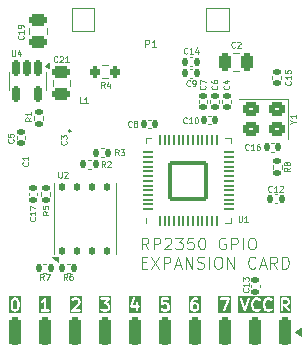
<source format=gto>
G04 #@! TF.GenerationSoftware,KiCad,Pcbnew,9.0.4*
G04 #@! TF.CreationDate,2025-08-29T17:47:37+02:00*
G04 #@! TF.ProjectId,rp2350_gpio_card,72703233-3530-45f6-9770-696f5f636172,X1*
G04 #@! TF.SameCoordinates,Original*
G04 #@! TF.FileFunction,Legend,Top*
G04 #@! TF.FilePolarity,Positive*
%FSLAX46Y46*%
G04 Gerber Fmt 4.6, Leading zero omitted, Abs format (unit mm)*
G04 Created by KiCad (PCBNEW 9.0.4) date 2025-08-29 17:47:37*
%MOMM*%
%LPD*%
G01*
G04 APERTURE LIST*
G04 Aperture macros list*
%AMRoundRect*
0 Rectangle with rounded corners*
0 $1 Rounding radius*
0 $2 $3 $4 $5 $6 $7 $8 $9 X,Y pos of 4 corners*
0 Add a 4 corners polygon primitive as box body*
4,1,4,$2,$3,$4,$5,$6,$7,$8,$9,$2,$3,0*
0 Add four circle primitives for the rounded corners*
1,1,$1+$1,$2,$3*
1,1,$1+$1,$4,$5*
1,1,$1+$1,$6,$7*
1,1,$1+$1,$8,$9*
0 Add four rect primitives between the rounded corners*
20,1,$1+$1,$2,$3,$4,$5,0*
20,1,$1+$1,$4,$5,$6,$7,0*
20,1,$1+$1,$6,$7,$8,$9,0*
20,1,$1+$1,$8,$9,$2,$3,0*%
%AMFreePoly0*
4,1,18,-0.437500,0.050000,-0.433694,0.069134,-0.422855,0.085355,-0.406634,0.096194,-0.387500,0.100000,0.387500,0.100000,0.437500,0.050000,0.437500,-0.050000,0.433694,-0.069134,0.422855,-0.085355,0.406634,-0.096194,0.387500,-0.100000,-0.387500,-0.100000,-0.406634,-0.096194,-0.422855,-0.085355,-0.433694,-0.069134,-0.437500,-0.050000,-0.437500,0.050000,-0.437500,0.050000,$1*%
%AMFreePoly1*
4,1,18,-0.437500,0.050000,-0.433694,0.069134,-0.422855,0.085355,-0.406634,0.096194,-0.387500,0.100000,0.387500,0.100000,0.406634,0.096194,0.422855,0.085355,0.433694,0.069134,0.437500,0.050000,0.437500,-0.050000,0.387500,-0.100000,-0.387500,-0.100000,-0.406634,-0.096194,-0.422855,-0.085355,-0.433694,-0.069134,-0.437500,-0.050000,-0.437500,0.050000,-0.437500,0.050000,$1*%
%AMFreePoly2*
4,1,18,-0.100000,0.387500,-0.050000,0.437500,0.050000,0.437500,0.069134,0.433694,0.085355,0.422855,0.096194,0.406634,0.100000,0.387500,0.100000,-0.387500,0.096194,-0.406634,0.085355,-0.422855,0.069134,-0.433694,0.050000,-0.437500,-0.050000,-0.437500,-0.069134,-0.433694,-0.085355,-0.422855,-0.096194,-0.406634,-0.100000,-0.387500,-0.100000,0.387500,-0.100000,0.387500,$1*%
%AMFreePoly3*
4,1,18,-0.100000,0.387500,-0.096194,0.406634,-0.085355,0.422855,-0.069134,0.433694,-0.050000,0.437500,0.050000,0.437500,0.100000,0.387500,0.100000,-0.387500,0.096194,-0.406634,0.085355,-0.422855,0.069134,-0.433694,0.050000,-0.437500,-0.050000,-0.437500,-0.069134,-0.433694,-0.085355,-0.422855,-0.096194,-0.406634,-0.100000,-0.387500,-0.100000,0.387500,-0.100000,0.387500,$1*%
%AMFreePoly4*
4,1,18,-0.437500,0.050000,-0.433694,0.069134,-0.422855,0.085355,-0.406634,0.096194,-0.387500,0.100000,0.387500,0.100000,0.406634,0.096194,0.422855,0.085355,0.433694,0.069134,0.437500,0.050000,0.437500,-0.050000,0.433694,-0.069134,0.422855,-0.085355,0.406634,-0.096194,0.387500,-0.100000,-0.387500,-0.100000,-0.437500,-0.050000,-0.437500,0.050000,-0.437500,0.050000,$1*%
%AMFreePoly5*
4,1,18,-0.437500,0.050000,-0.387500,0.100000,0.387500,0.100000,0.406634,0.096194,0.422855,0.085355,0.433694,0.069134,0.437500,0.050000,0.437500,-0.050000,0.433694,-0.069134,0.422855,-0.085355,0.406634,-0.096194,0.387500,-0.100000,-0.387500,-0.100000,-0.406634,-0.096194,-0.422855,-0.085355,-0.433694,-0.069134,-0.437500,-0.050000,-0.437500,0.050000,-0.437500,0.050000,$1*%
%AMFreePoly6*
4,1,18,-0.100000,0.387500,-0.096194,0.406634,-0.085355,0.422855,-0.069134,0.433694,-0.050000,0.437500,0.050000,0.437500,0.069134,0.433694,0.085355,0.422855,0.096194,0.406634,0.100000,0.387500,0.100000,-0.387500,0.050000,-0.437500,-0.050000,-0.437500,-0.069134,-0.433694,-0.085355,-0.422855,-0.096194,-0.406634,-0.100000,-0.387500,-0.100000,0.387500,-0.100000,0.387500,$1*%
%AMFreePoly7*
4,1,18,-0.100000,0.387500,-0.096194,0.406634,-0.085355,0.422855,-0.069134,0.433694,-0.050000,0.437500,0.050000,0.437500,0.069134,0.433694,0.085355,0.422855,0.096194,0.406634,0.100000,0.387500,0.100000,-0.387500,0.096194,-0.406634,0.085355,-0.422855,0.069134,-0.433694,0.050000,-0.437500,-0.050000,-0.437500,-0.100000,-0.387500,-0.100000,0.387500,-0.100000,0.387500,$1*%
G04 Aperture macros list end*
%ADD10C,0.125000*%
%ADD11C,0.201600*%
%ADD12C,0.062500*%
%ADD13C,0.101600*%
%ADD14C,0.070000*%
%ADD15C,0.120000*%
%ADD16C,0.191421*%
%ADD17RoundRect,0.200000X0.200000X0.275000X-0.200000X0.275000X-0.200000X-0.275000X0.200000X-0.275000X0*%
%ADD18R,0.380000X1.000000*%
%ADD19R,0.700000X1.150000*%
%ADD20C,2.200000*%
%ADD21R,1.500000X1.500000*%
%ADD22RoundRect,0.135000X0.185000X-0.135000X0.185000X0.135000X-0.185000X0.135000X-0.185000X-0.135000X0*%
%ADD23RoundRect,0.250000X0.475000X-0.250000X0.475000X0.250000X-0.475000X0.250000X-0.475000X-0.250000X0*%
%ADD24RoundRect,0.135000X-0.185000X0.135000X-0.185000X-0.135000X0.185000X-0.135000X0.185000X0.135000X0*%
%ADD25RoundRect,0.250000X0.450000X0.350000X-0.450000X0.350000X-0.450000X-0.350000X0.450000X-0.350000X0*%
%ADD26R,0.530000X0.470000*%
%ADD27RoundRect,0.140000X0.140000X0.170000X-0.140000X0.170000X-0.140000X-0.170000X0.140000X-0.170000X0*%
%ADD28RoundRect,0.250000X-0.250000X-0.475000X0.250000X-0.475000X0.250000X0.475000X-0.250000X0.475000X0*%
%ADD29RoundRect,0.140000X-0.140000X-0.170000X0.140000X-0.170000X0.140000X0.170000X-0.140000X0.170000X0*%
%ADD30RoundRect,0.140000X-0.170000X0.140000X-0.170000X-0.140000X0.170000X-0.140000X0.170000X0.140000X0*%
%ADD31RoundRect,0.250000X-0.250000X1.000000X-0.250000X-1.000000X0.250000X-1.000000X0.250000X1.000000X0*%
%ADD32RoundRect,0.135000X-0.135000X-0.185000X0.135000X-0.185000X0.135000X0.185000X-0.135000X0.185000X0*%
%ADD33RoundRect,0.150000X-0.150000X0.512500X-0.150000X-0.512500X0.150000X-0.512500X0.150000X0.512500X0*%
%ADD34RoundRect,0.140000X0.170000X-0.140000X0.170000X0.140000X-0.170000X0.140000X-0.170000X-0.140000X0*%
%ADD35RoundRect,0.125000X0.125000X-0.250000X0.125000X0.250000X-0.125000X0.250000X-0.125000X-0.250000X0*%
%ADD36R,4.300000X3.400000*%
%ADD37RoundRect,0.135000X0.135000X0.185000X-0.135000X0.185000X-0.135000X-0.185000X0.135000X-0.185000X0*%
%ADD38FreePoly0,90.000000*%
%ADD39RoundRect,0.050000X0.050000X-0.387500X0.050000X0.387500X-0.050000X0.387500X-0.050000X-0.387500X0*%
%ADD40FreePoly1,90.000000*%
%ADD41FreePoly2,90.000000*%
%ADD42RoundRect,0.050000X0.387500X-0.050000X0.387500X0.050000X-0.387500X0.050000X-0.387500X-0.050000X0*%
%ADD43FreePoly3,90.000000*%
%ADD44FreePoly4,90.000000*%
%ADD45FreePoly5,90.000000*%
%ADD46FreePoly6,90.000000*%
%ADD47FreePoly7,90.000000*%
%ADD48RoundRect,0.153000X1.547000X1.547000X-1.547000X1.547000X-1.547000X-1.547000X1.547000X-1.547000X0*%
%ADD49R,1.700000X0.700000*%
G04 APERTURE END LIST*
D10*
X103391759Y-72611175D02*
X103058426Y-72134984D01*
X102820331Y-72611175D02*
X102820331Y-71611175D01*
X102820331Y-71611175D02*
X103201283Y-71611175D01*
X103201283Y-71611175D02*
X103296521Y-71658794D01*
X103296521Y-71658794D02*
X103344140Y-71706413D01*
X103344140Y-71706413D02*
X103391759Y-71801651D01*
X103391759Y-71801651D02*
X103391759Y-71944508D01*
X103391759Y-71944508D02*
X103344140Y-72039746D01*
X103344140Y-72039746D02*
X103296521Y-72087365D01*
X103296521Y-72087365D02*
X103201283Y-72134984D01*
X103201283Y-72134984D02*
X102820331Y-72134984D01*
X103820331Y-72611175D02*
X103820331Y-71611175D01*
X103820331Y-71611175D02*
X104201283Y-71611175D01*
X104201283Y-71611175D02*
X104296521Y-71658794D01*
X104296521Y-71658794D02*
X104344140Y-71706413D01*
X104344140Y-71706413D02*
X104391759Y-71801651D01*
X104391759Y-71801651D02*
X104391759Y-71944508D01*
X104391759Y-71944508D02*
X104344140Y-72039746D01*
X104344140Y-72039746D02*
X104296521Y-72087365D01*
X104296521Y-72087365D02*
X104201283Y-72134984D01*
X104201283Y-72134984D02*
X103820331Y-72134984D01*
X104772712Y-71706413D02*
X104820331Y-71658794D01*
X104820331Y-71658794D02*
X104915569Y-71611175D01*
X104915569Y-71611175D02*
X105153664Y-71611175D01*
X105153664Y-71611175D02*
X105248902Y-71658794D01*
X105248902Y-71658794D02*
X105296521Y-71706413D01*
X105296521Y-71706413D02*
X105344140Y-71801651D01*
X105344140Y-71801651D02*
X105344140Y-71896889D01*
X105344140Y-71896889D02*
X105296521Y-72039746D01*
X105296521Y-72039746D02*
X104725093Y-72611175D01*
X104725093Y-72611175D02*
X105344140Y-72611175D01*
X105677474Y-71611175D02*
X106296521Y-71611175D01*
X106296521Y-71611175D02*
X105963188Y-71992127D01*
X105963188Y-71992127D02*
X106106045Y-71992127D01*
X106106045Y-71992127D02*
X106201283Y-72039746D01*
X106201283Y-72039746D02*
X106248902Y-72087365D01*
X106248902Y-72087365D02*
X106296521Y-72182603D01*
X106296521Y-72182603D02*
X106296521Y-72420698D01*
X106296521Y-72420698D02*
X106248902Y-72515936D01*
X106248902Y-72515936D02*
X106201283Y-72563556D01*
X106201283Y-72563556D02*
X106106045Y-72611175D01*
X106106045Y-72611175D02*
X105820331Y-72611175D01*
X105820331Y-72611175D02*
X105725093Y-72563556D01*
X105725093Y-72563556D02*
X105677474Y-72515936D01*
X107201283Y-71611175D02*
X106725093Y-71611175D01*
X106725093Y-71611175D02*
X106677474Y-72087365D01*
X106677474Y-72087365D02*
X106725093Y-72039746D01*
X106725093Y-72039746D02*
X106820331Y-71992127D01*
X106820331Y-71992127D02*
X107058426Y-71992127D01*
X107058426Y-71992127D02*
X107153664Y-72039746D01*
X107153664Y-72039746D02*
X107201283Y-72087365D01*
X107201283Y-72087365D02*
X107248902Y-72182603D01*
X107248902Y-72182603D02*
X107248902Y-72420698D01*
X107248902Y-72420698D02*
X107201283Y-72515936D01*
X107201283Y-72515936D02*
X107153664Y-72563556D01*
X107153664Y-72563556D02*
X107058426Y-72611175D01*
X107058426Y-72611175D02*
X106820331Y-72611175D01*
X106820331Y-72611175D02*
X106725093Y-72563556D01*
X106725093Y-72563556D02*
X106677474Y-72515936D01*
X107867950Y-71611175D02*
X107963188Y-71611175D01*
X107963188Y-71611175D02*
X108058426Y-71658794D01*
X108058426Y-71658794D02*
X108106045Y-71706413D01*
X108106045Y-71706413D02*
X108153664Y-71801651D01*
X108153664Y-71801651D02*
X108201283Y-71992127D01*
X108201283Y-71992127D02*
X108201283Y-72230222D01*
X108201283Y-72230222D02*
X108153664Y-72420698D01*
X108153664Y-72420698D02*
X108106045Y-72515936D01*
X108106045Y-72515936D02*
X108058426Y-72563556D01*
X108058426Y-72563556D02*
X107963188Y-72611175D01*
X107963188Y-72611175D02*
X107867950Y-72611175D01*
X107867950Y-72611175D02*
X107772712Y-72563556D01*
X107772712Y-72563556D02*
X107725093Y-72515936D01*
X107725093Y-72515936D02*
X107677474Y-72420698D01*
X107677474Y-72420698D02*
X107629855Y-72230222D01*
X107629855Y-72230222D02*
X107629855Y-71992127D01*
X107629855Y-71992127D02*
X107677474Y-71801651D01*
X107677474Y-71801651D02*
X107725093Y-71706413D01*
X107725093Y-71706413D02*
X107772712Y-71658794D01*
X107772712Y-71658794D02*
X107867950Y-71611175D01*
X109915569Y-71658794D02*
X109820331Y-71611175D01*
X109820331Y-71611175D02*
X109677474Y-71611175D01*
X109677474Y-71611175D02*
X109534617Y-71658794D01*
X109534617Y-71658794D02*
X109439379Y-71754032D01*
X109439379Y-71754032D02*
X109391760Y-71849270D01*
X109391760Y-71849270D02*
X109344141Y-72039746D01*
X109344141Y-72039746D02*
X109344141Y-72182603D01*
X109344141Y-72182603D02*
X109391760Y-72373079D01*
X109391760Y-72373079D02*
X109439379Y-72468317D01*
X109439379Y-72468317D02*
X109534617Y-72563556D01*
X109534617Y-72563556D02*
X109677474Y-72611175D01*
X109677474Y-72611175D02*
X109772712Y-72611175D01*
X109772712Y-72611175D02*
X109915569Y-72563556D01*
X109915569Y-72563556D02*
X109963188Y-72515936D01*
X109963188Y-72515936D02*
X109963188Y-72182603D01*
X109963188Y-72182603D02*
X109772712Y-72182603D01*
X110391760Y-72611175D02*
X110391760Y-71611175D01*
X110391760Y-71611175D02*
X110772712Y-71611175D01*
X110772712Y-71611175D02*
X110867950Y-71658794D01*
X110867950Y-71658794D02*
X110915569Y-71706413D01*
X110915569Y-71706413D02*
X110963188Y-71801651D01*
X110963188Y-71801651D02*
X110963188Y-71944508D01*
X110963188Y-71944508D02*
X110915569Y-72039746D01*
X110915569Y-72039746D02*
X110867950Y-72087365D01*
X110867950Y-72087365D02*
X110772712Y-72134984D01*
X110772712Y-72134984D02*
X110391760Y-72134984D01*
X111391760Y-72611175D02*
X111391760Y-71611175D01*
X112058426Y-71611175D02*
X112248902Y-71611175D01*
X112248902Y-71611175D02*
X112344140Y-71658794D01*
X112344140Y-71658794D02*
X112439378Y-71754032D01*
X112439378Y-71754032D02*
X112486997Y-71944508D01*
X112486997Y-71944508D02*
X112486997Y-72277841D01*
X112486997Y-72277841D02*
X112439378Y-72468317D01*
X112439378Y-72468317D02*
X112344140Y-72563556D01*
X112344140Y-72563556D02*
X112248902Y-72611175D01*
X112248902Y-72611175D02*
X112058426Y-72611175D01*
X112058426Y-72611175D02*
X111963188Y-72563556D01*
X111963188Y-72563556D02*
X111867950Y-72468317D01*
X111867950Y-72468317D02*
X111820331Y-72277841D01*
X111820331Y-72277841D02*
X111820331Y-71944508D01*
X111820331Y-71944508D02*
X111867950Y-71754032D01*
X111867950Y-71754032D02*
X111963188Y-71658794D01*
X111963188Y-71658794D02*
X112058426Y-71611175D01*
X102820331Y-73697309D02*
X103153664Y-73697309D01*
X103296521Y-74221119D02*
X102820331Y-74221119D01*
X102820331Y-74221119D02*
X102820331Y-73221119D01*
X102820331Y-73221119D02*
X103296521Y-73221119D01*
X103629855Y-73221119D02*
X104296521Y-74221119D01*
X104296521Y-73221119D02*
X103629855Y-74221119D01*
X104677474Y-74221119D02*
X104677474Y-73221119D01*
X104677474Y-73221119D02*
X105058426Y-73221119D01*
X105058426Y-73221119D02*
X105153664Y-73268738D01*
X105153664Y-73268738D02*
X105201283Y-73316357D01*
X105201283Y-73316357D02*
X105248902Y-73411595D01*
X105248902Y-73411595D02*
X105248902Y-73554452D01*
X105248902Y-73554452D02*
X105201283Y-73649690D01*
X105201283Y-73649690D02*
X105153664Y-73697309D01*
X105153664Y-73697309D02*
X105058426Y-73744928D01*
X105058426Y-73744928D02*
X104677474Y-73744928D01*
X105629855Y-73935404D02*
X106106045Y-73935404D01*
X105534617Y-74221119D02*
X105867950Y-73221119D01*
X105867950Y-73221119D02*
X106201283Y-74221119D01*
X106534617Y-74221119D02*
X106534617Y-73221119D01*
X106534617Y-73221119D02*
X107106045Y-74221119D01*
X107106045Y-74221119D02*
X107106045Y-73221119D01*
X107534617Y-74173500D02*
X107677474Y-74221119D01*
X107677474Y-74221119D02*
X107915569Y-74221119D01*
X107915569Y-74221119D02*
X108010807Y-74173500D01*
X108010807Y-74173500D02*
X108058426Y-74125880D01*
X108058426Y-74125880D02*
X108106045Y-74030642D01*
X108106045Y-74030642D02*
X108106045Y-73935404D01*
X108106045Y-73935404D02*
X108058426Y-73840166D01*
X108058426Y-73840166D02*
X108010807Y-73792547D01*
X108010807Y-73792547D02*
X107915569Y-73744928D01*
X107915569Y-73744928D02*
X107725093Y-73697309D01*
X107725093Y-73697309D02*
X107629855Y-73649690D01*
X107629855Y-73649690D02*
X107582236Y-73602071D01*
X107582236Y-73602071D02*
X107534617Y-73506833D01*
X107534617Y-73506833D02*
X107534617Y-73411595D01*
X107534617Y-73411595D02*
X107582236Y-73316357D01*
X107582236Y-73316357D02*
X107629855Y-73268738D01*
X107629855Y-73268738D02*
X107725093Y-73221119D01*
X107725093Y-73221119D02*
X107963188Y-73221119D01*
X107963188Y-73221119D02*
X108106045Y-73268738D01*
X108534617Y-74221119D02*
X108534617Y-73221119D01*
X109201283Y-73221119D02*
X109391759Y-73221119D01*
X109391759Y-73221119D02*
X109486997Y-73268738D01*
X109486997Y-73268738D02*
X109582235Y-73363976D01*
X109582235Y-73363976D02*
X109629854Y-73554452D01*
X109629854Y-73554452D02*
X109629854Y-73887785D01*
X109629854Y-73887785D02*
X109582235Y-74078261D01*
X109582235Y-74078261D02*
X109486997Y-74173500D01*
X109486997Y-74173500D02*
X109391759Y-74221119D01*
X109391759Y-74221119D02*
X109201283Y-74221119D01*
X109201283Y-74221119D02*
X109106045Y-74173500D01*
X109106045Y-74173500D02*
X109010807Y-74078261D01*
X109010807Y-74078261D02*
X108963188Y-73887785D01*
X108963188Y-73887785D02*
X108963188Y-73554452D01*
X108963188Y-73554452D02*
X109010807Y-73363976D01*
X109010807Y-73363976D02*
X109106045Y-73268738D01*
X109106045Y-73268738D02*
X109201283Y-73221119D01*
X110058426Y-74221119D02*
X110058426Y-73221119D01*
X110058426Y-73221119D02*
X110629854Y-74221119D01*
X110629854Y-74221119D02*
X110629854Y-73221119D01*
X112439378Y-74125880D02*
X112391759Y-74173500D01*
X112391759Y-74173500D02*
X112248902Y-74221119D01*
X112248902Y-74221119D02*
X112153664Y-74221119D01*
X112153664Y-74221119D02*
X112010807Y-74173500D01*
X112010807Y-74173500D02*
X111915569Y-74078261D01*
X111915569Y-74078261D02*
X111867950Y-73983023D01*
X111867950Y-73983023D02*
X111820331Y-73792547D01*
X111820331Y-73792547D02*
X111820331Y-73649690D01*
X111820331Y-73649690D02*
X111867950Y-73459214D01*
X111867950Y-73459214D02*
X111915569Y-73363976D01*
X111915569Y-73363976D02*
X112010807Y-73268738D01*
X112010807Y-73268738D02*
X112153664Y-73221119D01*
X112153664Y-73221119D02*
X112248902Y-73221119D01*
X112248902Y-73221119D02*
X112391759Y-73268738D01*
X112391759Y-73268738D02*
X112439378Y-73316357D01*
X112820331Y-73935404D02*
X113296521Y-73935404D01*
X112725093Y-74221119D02*
X113058426Y-73221119D01*
X113058426Y-73221119D02*
X113391759Y-74221119D01*
X114296521Y-74221119D02*
X113963188Y-73744928D01*
X113725093Y-74221119D02*
X113725093Y-73221119D01*
X113725093Y-73221119D02*
X114106045Y-73221119D01*
X114106045Y-73221119D02*
X114201283Y-73268738D01*
X114201283Y-73268738D02*
X114248902Y-73316357D01*
X114248902Y-73316357D02*
X114296521Y-73411595D01*
X114296521Y-73411595D02*
X114296521Y-73554452D01*
X114296521Y-73554452D02*
X114248902Y-73649690D01*
X114248902Y-73649690D02*
X114201283Y-73697309D01*
X114201283Y-73697309D02*
X114106045Y-73744928D01*
X114106045Y-73744928D02*
X113725093Y-73744928D01*
X114725093Y-74221119D02*
X114725093Y-73221119D01*
X114725093Y-73221119D02*
X114963188Y-73221119D01*
X114963188Y-73221119D02*
X115106045Y-73268738D01*
X115106045Y-73268738D02*
X115201283Y-73363976D01*
X115201283Y-73363976D02*
X115248902Y-73459214D01*
X115248902Y-73459214D02*
X115296521Y-73649690D01*
X115296521Y-73649690D02*
X115296521Y-73792547D01*
X115296521Y-73792547D02*
X115248902Y-73983023D01*
X115248902Y-73983023D02*
X115201283Y-74078261D01*
X115201283Y-74078261D02*
X115106045Y-74173500D01*
X115106045Y-74173500D02*
X114963188Y-74221119D01*
X114963188Y-74221119D02*
X114725093Y-74221119D01*
D11*
G36*
X100256446Y-77979046D02*
G01*
X99215514Y-77979046D01*
X99215514Y-76747470D01*
X99326625Y-76747470D01*
X99326625Y-76786800D01*
X99341676Y-76823136D01*
X99369487Y-76850947D01*
X99405823Y-76865998D01*
X99425488Y-76867935D01*
X99822395Y-76867935D01*
X99635342Y-77081710D01*
X99629265Y-77090210D01*
X99627390Y-77092086D01*
X99626653Y-77093865D01*
X99623851Y-77097785D01*
X99618606Y-77113292D01*
X99612339Y-77128422D01*
X99612339Y-77131821D01*
X99611250Y-77135041D01*
X99612339Y-77151377D01*
X99612339Y-77167752D01*
X99613639Y-77170892D01*
X99613866Y-77174285D01*
X99621124Y-77188961D01*
X99627390Y-77204088D01*
X99629794Y-77206492D01*
X99631301Y-77209539D01*
X99643620Y-77220318D01*
X99655201Y-77231899D01*
X99658342Y-77233200D01*
X99660900Y-77235438D01*
X99676407Y-77240682D01*
X99691537Y-77246950D01*
X99696332Y-77247422D01*
X99698156Y-77248039D01*
X99700802Y-77247862D01*
X99711202Y-77248887D01*
X99830264Y-77248887D01*
X99889587Y-77278548D01*
X99914073Y-77303035D01*
X99943735Y-77362358D01*
X99943735Y-77552863D01*
X99914073Y-77612185D01*
X99889585Y-77636674D01*
X99830264Y-77666335D01*
X99592140Y-77666335D01*
X99532818Y-77636674D01*
X99496765Y-77600620D01*
X99481490Y-77588085D01*
X99445154Y-77573033D01*
X99405824Y-77573033D01*
X99369487Y-77588083D01*
X99341677Y-77615894D01*
X99326625Y-77652230D01*
X99326625Y-77691560D01*
X99341675Y-77727897D01*
X99354211Y-77743172D01*
X99401830Y-77790792D01*
X99409561Y-77797136D01*
X99411305Y-77799147D01*
X99414337Y-77801055D01*
X99417105Y-77803327D01*
X99419562Y-77804344D01*
X99428028Y-77809674D01*
X99523266Y-77857293D01*
X99541721Y-77864355D01*
X99545333Y-77864611D01*
X99548680Y-77865998D01*
X99568345Y-77867935D01*
X99854059Y-77867935D01*
X99873724Y-77865998D01*
X99877070Y-77864611D01*
X99880683Y-77864355D01*
X99899138Y-77857293D01*
X99994376Y-77809674D01*
X100002841Y-77804344D01*
X100005299Y-77803327D01*
X100008066Y-77801055D01*
X100011099Y-77799147D01*
X100012842Y-77797136D01*
X100020574Y-77790792D01*
X100068193Y-77743172D01*
X100074537Y-77735441D01*
X100076547Y-77733698D01*
X100078455Y-77730666D01*
X100080728Y-77727897D01*
X100081746Y-77725438D01*
X100087074Y-77716975D01*
X100134693Y-77621737D01*
X100141755Y-77603282D01*
X100142011Y-77599669D01*
X100143398Y-77596323D01*
X100145335Y-77576658D01*
X100145335Y-77338563D01*
X100143398Y-77318898D01*
X100142011Y-77315551D01*
X100141755Y-77311939D01*
X100134693Y-77293484D01*
X100087074Y-77198246D01*
X100081747Y-77189784D01*
X100080728Y-77187323D01*
X100078453Y-77184551D01*
X100076547Y-77181523D01*
X100074538Y-77179780D01*
X100068192Y-77172048D01*
X100020573Y-77124430D01*
X100012843Y-77118086D01*
X100011099Y-77116075D01*
X100008066Y-77114166D01*
X100005298Y-77111894D01*
X100002839Y-77110875D01*
X99994376Y-77105548D01*
X99916454Y-77066587D01*
X100120395Y-76833512D01*
X100126473Y-76825009D01*
X100128347Y-76823136D01*
X100129082Y-76821359D01*
X100131887Y-76817437D01*
X100137133Y-76801924D01*
X100143398Y-76786800D01*
X100143398Y-76783400D01*
X100144487Y-76780180D01*
X100143398Y-76763843D01*
X100143398Y-76747470D01*
X100142097Y-76744329D01*
X100141871Y-76740937D01*
X100134611Y-76726257D01*
X100128347Y-76711134D01*
X100125943Y-76708730D01*
X100124436Y-76705682D01*
X100112108Y-76694895D01*
X100100536Y-76683323D01*
X100097396Y-76682022D01*
X100094837Y-76679783D01*
X100079322Y-76674535D01*
X100064200Y-76668272D01*
X100059404Y-76667799D01*
X100057581Y-76667183D01*
X100054934Y-76667359D01*
X100044535Y-76666335D01*
X99425488Y-76666335D01*
X99405823Y-76668272D01*
X99369487Y-76683323D01*
X99341676Y-76711134D01*
X99326625Y-76747470D01*
X99215514Y-76747470D01*
X99215514Y-76555224D01*
X100256446Y-76555224D01*
X100256446Y-77979046D01*
G37*
G36*
X102752128Y-77977109D02*
G01*
X101711988Y-77977109D01*
X101711988Y-77421194D01*
X101823099Y-77421194D01*
X101824244Y-77437305D01*
X101824244Y-77453466D01*
X101825630Y-77456812D01*
X101825887Y-77460425D01*
X101833111Y-77474874D01*
X101839295Y-77489802D01*
X101841856Y-77492363D01*
X101843476Y-77495603D01*
X101855683Y-77506190D01*
X101867106Y-77517613D01*
X101870451Y-77518998D01*
X101873188Y-77521372D01*
X101888513Y-77526480D01*
X101903442Y-77532664D01*
X101908584Y-77533170D01*
X101910500Y-77533809D01*
X101913152Y-77533620D01*
X101923107Y-77534601D01*
X102298497Y-77534601D01*
X102298497Y-77767135D01*
X102300434Y-77786800D01*
X102315485Y-77823136D01*
X102343296Y-77850947D01*
X102379632Y-77865998D01*
X102418962Y-77865998D01*
X102455298Y-77850947D01*
X102483109Y-77823136D01*
X102498160Y-77786800D01*
X102500097Y-77767135D01*
X102500097Y-77534601D01*
X102542154Y-77534601D01*
X102561819Y-77532664D01*
X102598155Y-77517613D01*
X102625966Y-77489802D01*
X102641017Y-77453466D01*
X102641017Y-77414136D01*
X102625966Y-77377800D01*
X102598155Y-77349989D01*
X102561819Y-77334938D01*
X102542154Y-77333001D01*
X102500097Y-77333001D01*
X102500097Y-77100468D01*
X102498160Y-77080803D01*
X102483109Y-77044467D01*
X102455298Y-77016656D01*
X102418962Y-77001605D01*
X102379632Y-77001605D01*
X102343296Y-77016656D01*
X102315485Y-77044467D01*
X102300434Y-77080803D01*
X102298497Y-77100468D01*
X102298497Y-77333001D01*
X102062959Y-77333001D01*
X102256829Y-76751392D01*
X102261210Y-76732124D01*
X102258422Y-76692893D01*
X102240833Y-76657715D01*
X102211121Y-76631945D01*
X102173809Y-76619508D01*
X102134578Y-76622296D01*
X102099400Y-76639886D01*
X102073631Y-76669597D01*
X102065575Y-76687641D01*
X101827480Y-77401925D01*
X101825263Y-77411675D01*
X101824244Y-77414136D01*
X101824244Y-77416157D01*
X101823099Y-77421194D01*
X101711988Y-77421194D01*
X101711988Y-76508397D01*
X102752128Y-76508397D01*
X102752128Y-77977109D01*
G37*
G36*
X110402360Y-77977341D02*
G01*
X109315514Y-77977341D01*
X109315514Y-76747470D01*
X109426625Y-76747470D01*
X109426625Y-76786800D01*
X109441676Y-76823136D01*
X109469487Y-76850947D01*
X109505823Y-76865998D01*
X109525488Y-76867935D01*
X110039287Y-76867935D01*
X109670933Y-77727428D01*
X109664967Y-77746266D01*
X109664488Y-77785593D01*
X109679095Y-77822111D01*
X109706564Y-77850258D01*
X109742714Y-77865751D01*
X109782041Y-77866230D01*
X109818559Y-77851623D01*
X109846706Y-77824154D01*
X109856233Y-77806842D01*
X110284804Y-76806842D01*
X110290770Y-76788004D01*
X110290777Y-76787377D01*
X110291017Y-76786800D01*
X110291017Y-76767724D01*
X110291249Y-76748677D01*
X110291017Y-76748097D01*
X110291017Y-76747470D01*
X110283707Y-76729822D01*
X110276642Y-76712160D01*
X110276205Y-76711713D01*
X110275966Y-76711134D01*
X110262482Y-76697650D01*
X110249173Y-76684012D01*
X110248597Y-76683765D01*
X110248155Y-76683323D01*
X110230518Y-76676017D01*
X110213023Y-76668520D01*
X110212399Y-76668512D01*
X110211819Y-76668272D01*
X110192154Y-76666335D01*
X109525488Y-76666335D01*
X109505823Y-76668272D01*
X109469487Y-76683323D01*
X109441676Y-76711134D01*
X109426625Y-76747470D01*
X109315514Y-76747470D01*
X109315514Y-76555224D01*
X110402360Y-76555224D01*
X110402360Y-77977341D01*
G37*
G36*
X105306446Y-77979046D02*
G01*
X104311667Y-77979046D01*
X104311667Y-77253055D01*
X104422778Y-77253055D01*
X104424244Y-77257913D01*
X104424244Y-77262990D01*
X104429884Y-77276606D01*
X104434139Y-77290708D01*
X104437351Y-77294635D01*
X104439295Y-77299326D01*
X104449713Y-77309744D01*
X104459044Y-77321149D01*
X104463518Y-77323549D01*
X104467106Y-77327137D01*
X104480713Y-77332773D01*
X104493702Y-77339741D01*
X104498753Y-77340246D01*
X104503442Y-77342188D01*
X104518175Y-77342188D01*
X104532837Y-77343654D01*
X104537696Y-77342188D01*
X104542772Y-77342188D01*
X104556388Y-77336547D01*
X104570490Y-77332293D01*
X104574417Y-77329080D01*
X104579108Y-77327137D01*
X104594383Y-77314601D01*
X104630436Y-77278548D01*
X104689759Y-77248887D01*
X104880264Y-77248887D01*
X104939587Y-77278548D01*
X104964073Y-77303035D01*
X104993735Y-77362358D01*
X104993735Y-77552863D01*
X104964073Y-77612185D01*
X104939585Y-77636674D01*
X104880264Y-77666335D01*
X104689759Y-77666335D01*
X104630437Y-77636674D01*
X104594384Y-77600620D01*
X104579109Y-77588085D01*
X104542773Y-77573033D01*
X104503443Y-77573033D01*
X104467106Y-77588083D01*
X104439296Y-77615894D01*
X104424244Y-77652230D01*
X104424244Y-77691560D01*
X104439294Y-77727897D01*
X104451830Y-77743172D01*
X104499449Y-77790792D01*
X104507180Y-77797136D01*
X104508924Y-77799147D01*
X104511956Y-77801055D01*
X104514724Y-77803327D01*
X104517181Y-77804344D01*
X104525647Y-77809674D01*
X104620885Y-77857293D01*
X104639340Y-77864355D01*
X104642952Y-77864611D01*
X104646299Y-77865998D01*
X104665964Y-77867935D01*
X104904059Y-77867935D01*
X104923724Y-77865998D01*
X104927070Y-77864611D01*
X104930683Y-77864355D01*
X104949138Y-77857293D01*
X105044376Y-77809674D01*
X105052841Y-77804344D01*
X105055299Y-77803327D01*
X105058066Y-77801055D01*
X105061099Y-77799147D01*
X105062842Y-77797136D01*
X105070574Y-77790792D01*
X105118193Y-77743172D01*
X105124537Y-77735441D01*
X105126547Y-77733698D01*
X105128455Y-77730666D01*
X105130728Y-77727897D01*
X105131746Y-77725438D01*
X105137074Y-77716975D01*
X105184693Y-77621737D01*
X105191755Y-77603282D01*
X105192011Y-77599669D01*
X105193398Y-77596323D01*
X105195335Y-77576658D01*
X105195335Y-77338563D01*
X105193398Y-77318898D01*
X105192011Y-77315551D01*
X105191755Y-77311939D01*
X105184693Y-77293484D01*
X105137074Y-77198246D01*
X105131747Y-77189784D01*
X105130728Y-77187323D01*
X105128453Y-77184551D01*
X105126547Y-77181523D01*
X105124538Y-77179780D01*
X105118192Y-77172048D01*
X105070573Y-77124430D01*
X105062843Y-77118086D01*
X105061099Y-77116075D01*
X105058066Y-77114166D01*
X105055298Y-77111894D01*
X105052839Y-77110875D01*
X105044376Y-77105548D01*
X104949138Y-77057929D01*
X104930683Y-77050867D01*
X104927070Y-77050610D01*
X104923724Y-77049224D01*
X104904059Y-77047287D01*
X104665964Y-77047287D01*
X104646299Y-77049224D01*
X104643712Y-77050295D01*
X104661949Y-76867935D01*
X105046916Y-76867935D01*
X105066581Y-76865998D01*
X105102917Y-76850947D01*
X105130728Y-76823136D01*
X105145779Y-76786800D01*
X105145779Y-76747470D01*
X105130728Y-76711134D01*
X105102917Y-76683323D01*
X105066581Y-76668272D01*
X105046916Y-76666335D01*
X104570726Y-76666335D01*
X104563451Y-76667051D01*
X104560996Y-76666806D01*
X104558597Y-76667529D01*
X104551061Y-76668272D01*
X104537444Y-76673912D01*
X104523343Y-76678167D01*
X104519415Y-76681379D01*
X104514725Y-76683323D01*
X104504306Y-76693741D01*
X104492902Y-76703072D01*
X104490501Y-76707546D01*
X104486914Y-76711134D01*
X104481277Y-76724741D01*
X104474310Y-76737730D01*
X104472821Y-76745156D01*
X104471863Y-76747470D01*
X104471863Y-76749936D01*
X104470426Y-76757105D01*
X104422807Y-77233295D01*
X104422778Y-77253055D01*
X104311667Y-77253055D01*
X104311667Y-76555224D01*
X105306446Y-76555224D01*
X105306446Y-77979046D01*
G37*
G36*
X107439587Y-77278548D02*
G01*
X107464073Y-77303035D01*
X107493735Y-77362358D01*
X107493735Y-77552863D01*
X107464073Y-77612185D01*
X107439585Y-77636674D01*
X107380264Y-77666335D01*
X107237378Y-77666335D01*
X107178056Y-77636674D01*
X107153568Y-77612185D01*
X107123907Y-77552863D01*
X107123907Y-77362358D01*
X107153568Y-77303034D01*
X107178055Y-77278548D01*
X107237378Y-77248887D01*
X107380264Y-77248887D01*
X107439587Y-77278548D01*
G37*
G36*
X107806446Y-77979046D02*
G01*
X106811196Y-77979046D01*
X106811196Y-77195706D01*
X106922307Y-77195706D01*
X106922307Y-77576658D01*
X106924244Y-77596323D01*
X106925630Y-77599669D01*
X106925887Y-77603282D01*
X106932949Y-77621737D01*
X106980568Y-77716975D01*
X106985892Y-77725434D01*
X106986913Y-77727897D01*
X106989189Y-77730670D01*
X106991095Y-77733698D01*
X106993102Y-77735439D01*
X106999449Y-77743172D01*
X107047068Y-77790792D01*
X107054799Y-77797136D01*
X107056543Y-77799147D01*
X107059575Y-77801055D01*
X107062343Y-77803327D01*
X107064800Y-77804344D01*
X107073266Y-77809674D01*
X107168504Y-77857293D01*
X107186959Y-77864355D01*
X107190571Y-77864611D01*
X107193918Y-77865998D01*
X107213583Y-77867935D01*
X107404059Y-77867935D01*
X107423724Y-77865998D01*
X107427070Y-77864611D01*
X107430683Y-77864355D01*
X107449138Y-77857293D01*
X107544376Y-77809674D01*
X107552841Y-77804344D01*
X107555299Y-77803327D01*
X107558066Y-77801055D01*
X107561099Y-77799147D01*
X107562842Y-77797136D01*
X107570574Y-77790792D01*
X107618193Y-77743172D01*
X107624537Y-77735441D01*
X107626547Y-77733698D01*
X107628455Y-77730666D01*
X107630728Y-77727897D01*
X107631746Y-77725438D01*
X107637074Y-77716975D01*
X107684693Y-77621737D01*
X107691755Y-77603282D01*
X107692011Y-77599669D01*
X107693398Y-77596323D01*
X107695335Y-77576658D01*
X107695335Y-77338563D01*
X107693398Y-77318898D01*
X107692011Y-77315551D01*
X107691755Y-77311939D01*
X107684693Y-77293484D01*
X107637074Y-77198246D01*
X107631747Y-77189784D01*
X107630728Y-77187323D01*
X107628453Y-77184551D01*
X107626547Y-77181523D01*
X107624538Y-77179780D01*
X107618192Y-77172048D01*
X107570573Y-77124430D01*
X107562843Y-77118086D01*
X107561099Y-77116075D01*
X107558066Y-77114166D01*
X107555298Y-77111894D01*
X107552839Y-77110875D01*
X107544376Y-77105548D01*
X107449138Y-77057929D01*
X107430683Y-77050867D01*
X107427070Y-77050610D01*
X107423724Y-77049224D01*
X107404059Y-77047287D01*
X107213583Y-77047287D01*
X107193918Y-77049224D01*
X107190571Y-77050610D01*
X107186959Y-77050867D01*
X107168504Y-77057929D01*
X107160446Y-77061958D01*
X107164281Y-77046618D01*
X107244300Y-76926588D01*
X107273293Y-76897596D01*
X107332616Y-76867935D01*
X107499297Y-76867935D01*
X107518962Y-76865998D01*
X107555298Y-76850947D01*
X107583109Y-76823136D01*
X107598160Y-76786800D01*
X107598160Y-76747470D01*
X107583109Y-76711134D01*
X107555298Y-76683323D01*
X107518962Y-76668272D01*
X107499297Y-76666335D01*
X107308821Y-76666335D01*
X107289156Y-76668272D01*
X107285809Y-76669658D01*
X107282197Y-76669915D01*
X107263742Y-76676977D01*
X107168504Y-76724596D01*
X107160042Y-76729922D01*
X107157581Y-76730942D01*
X107154809Y-76733216D01*
X107151781Y-76735123D01*
X107150038Y-76737131D01*
X107142306Y-76743478D01*
X107094688Y-76791097D01*
X107094644Y-76791149D01*
X107094613Y-76791171D01*
X107087914Y-76799350D01*
X107082152Y-76806372D01*
X107082139Y-76806402D01*
X107082093Y-76806459D01*
X106986855Y-76949316D01*
X106981065Y-76960175D01*
X106979584Y-76962175D01*
X106978739Y-76964538D01*
X106977559Y-76966753D01*
X106977075Y-76969195D01*
X106972936Y-76980783D01*
X106925317Y-77171258D01*
X106924812Y-77174668D01*
X106924244Y-77176041D01*
X106923514Y-77183443D01*
X106922426Y-77190806D01*
X106922644Y-77192276D01*
X106922307Y-77195706D01*
X106811196Y-77195706D01*
X106811196Y-76555224D01*
X107806446Y-76555224D01*
X107806446Y-77979046D01*
G37*
G36*
X92191968Y-76897596D02*
G01*
X92216454Y-76922083D01*
X92251809Y-76992793D01*
X92293735Y-77160494D01*
X92293735Y-77373774D01*
X92251809Y-77541475D01*
X92216454Y-77612185D01*
X92191966Y-77636674D01*
X92132645Y-77666335D01*
X92084997Y-77666335D01*
X92025675Y-77636674D01*
X92001187Y-77612185D01*
X91965832Y-77541476D01*
X91923907Y-77373774D01*
X91923907Y-77160495D01*
X91965832Y-76992793D01*
X92001187Y-76922082D01*
X92025674Y-76897596D01*
X92084997Y-76867935D01*
X92132645Y-76867935D01*
X92191968Y-76897596D01*
G37*
G36*
X92606446Y-77979046D02*
G01*
X91611196Y-77979046D01*
X91611196Y-77148087D01*
X91722307Y-77148087D01*
X91722307Y-77386182D01*
X91722644Y-77389611D01*
X91722426Y-77391082D01*
X91723514Y-77398444D01*
X91724244Y-77405847D01*
X91724812Y-77407219D01*
X91725317Y-77410630D01*
X91772936Y-77601105D01*
X91773454Y-77602556D01*
X91773506Y-77603282D01*
X91776636Y-77611463D01*
X91779584Y-77619713D01*
X91780017Y-77620297D01*
X91780568Y-77621737D01*
X91828187Y-77716975D01*
X91833511Y-77725434D01*
X91834532Y-77727897D01*
X91836808Y-77730670D01*
X91838714Y-77733698D01*
X91840721Y-77735439D01*
X91847068Y-77743172D01*
X91894687Y-77790792D01*
X91902418Y-77797136D01*
X91904162Y-77799147D01*
X91907194Y-77801055D01*
X91909962Y-77803327D01*
X91912419Y-77804344D01*
X91920885Y-77809674D01*
X92016123Y-77857293D01*
X92034578Y-77864355D01*
X92038190Y-77864611D01*
X92041537Y-77865998D01*
X92061202Y-77867935D01*
X92156440Y-77867935D01*
X92176105Y-77865998D01*
X92179451Y-77864611D01*
X92183064Y-77864355D01*
X92201519Y-77857293D01*
X92296757Y-77809674D01*
X92305222Y-77804344D01*
X92307680Y-77803327D01*
X92310447Y-77801055D01*
X92313480Y-77799147D01*
X92315223Y-77797136D01*
X92322955Y-77790792D01*
X92370574Y-77743172D01*
X92376918Y-77735441D01*
X92378928Y-77733698D01*
X92380836Y-77730666D01*
X92383109Y-77727897D01*
X92384127Y-77725438D01*
X92389455Y-77716975D01*
X92437074Y-77621737D01*
X92437623Y-77620299D01*
X92438058Y-77619714D01*
X92441010Y-77611449D01*
X92444136Y-77603282D01*
X92444187Y-77602557D01*
X92444706Y-77601106D01*
X92492325Y-77410630D01*
X92492829Y-77407219D01*
X92493398Y-77405847D01*
X92494127Y-77398444D01*
X92495216Y-77391082D01*
X92494997Y-77389611D01*
X92495335Y-77386182D01*
X92495335Y-77148087D01*
X92494997Y-77144657D01*
X92495216Y-77143187D01*
X92494127Y-77135824D01*
X92493398Y-77128422D01*
X92492829Y-77127049D01*
X92492325Y-77123639D01*
X92444706Y-76933163D01*
X92444187Y-76931711D01*
X92444136Y-76930987D01*
X92441010Y-76922819D01*
X92438058Y-76914555D01*
X92437623Y-76913969D01*
X92437074Y-76912532D01*
X92389455Y-76817294D01*
X92384128Y-76808832D01*
X92383109Y-76806371D01*
X92380834Y-76803599D01*
X92378928Y-76800571D01*
X92376919Y-76798828D01*
X92370573Y-76791096D01*
X92322954Y-76743478D01*
X92315224Y-76737134D01*
X92313480Y-76735123D01*
X92310447Y-76733214D01*
X92307679Y-76730942D01*
X92305220Y-76729923D01*
X92296757Y-76724596D01*
X92201519Y-76676977D01*
X92183064Y-76669915D01*
X92179451Y-76669658D01*
X92176105Y-76668272D01*
X92156440Y-76666335D01*
X92061202Y-76666335D01*
X92041537Y-76668272D01*
X92038190Y-76669658D01*
X92034578Y-76669915D01*
X92016123Y-76676977D01*
X91920885Y-76724596D01*
X91912423Y-76729922D01*
X91909962Y-76730942D01*
X91907190Y-76733216D01*
X91904162Y-76735123D01*
X91902419Y-76737131D01*
X91894687Y-76743478D01*
X91847069Y-76791097D01*
X91840725Y-76798826D01*
X91838714Y-76800571D01*
X91836805Y-76803603D01*
X91834533Y-76806372D01*
X91833514Y-76808830D01*
X91828187Y-76817294D01*
X91780568Y-76912532D01*
X91780017Y-76913971D01*
X91779584Y-76914556D01*
X91776636Y-76922805D01*
X91773506Y-76930987D01*
X91773454Y-76931712D01*
X91772936Y-76933164D01*
X91725317Y-77123639D01*
X91724812Y-77127049D01*
X91724244Y-77128422D01*
X91723514Y-77135824D01*
X91722426Y-77143187D01*
X91722644Y-77144657D01*
X91722307Y-77148087D01*
X91611196Y-77148087D01*
X91611196Y-76555224D01*
X92606446Y-76555224D01*
X92606446Y-77979046D01*
G37*
G36*
X95154509Y-77979046D02*
G01*
X94161988Y-77979046D01*
X94161988Y-77040242D01*
X94273099Y-77040242D01*
X94275887Y-77079473D01*
X94293476Y-77114651D01*
X94323188Y-77140420D01*
X94360500Y-77152857D01*
X94399731Y-77150069D01*
X94418186Y-77143007D01*
X94513424Y-77095388D01*
X94521887Y-77090060D01*
X94524346Y-77089042D01*
X94527114Y-77086769D01*
X94530147Y-77084861D01*
X94531891Y-77082849D01*
X94539621Y-77076506D01*
X94558021Y-77058106D01*
X94558021Y-77666335D01*
X94373107Y-77666335D01*
X94353442Y-77668272D01*
X94317106Y-77683323D01*
X94289295Y-77711134D01*
X94274244Y-77747470D01*
X94274244Y-77786800D01*
X94289295Y-77823136D01*
X94317106Y-77850947D01*
X94353442Y-77865998D01*
X94373107Y-77867935D01*
X94944535Y-77867935D01*
X94964200Y-77865998D01*
X95000536Y-77850947D01*
X95028347Y-77823136D01*
X95043398Y-77786800D01*
X95043398Y-77747470D01*
X95028347Y-77711134D01*
X95000536Y-77683323D01*
X94964200Y-77668272D01*
X94944535Y-77666335D01*
X94759621Y-77666335D01*
X94759621Y-76767135D01*
X94759614Y-76767064D01*
X94759621Y-76767030D01*
X94759600Y-76766928D01*
X94757684Y-76747470D01*
X94753864Y-76738248D01*
X94751907Y-76728463D01*
X94746412Y-76720257D01*
X94742633Y-76711134D01*
X94735577Y-76704078D01*
X94730023Y-76695784D01*
X94721803Y-76690304D01*
X94714822Y-76683323D01*
X94705602Y-76679504D01*
X94697298Y-76673968D01*
X94687610Y-76672051D01*
X94678486Y-76668272D01*
X94668507Y-76668272D01*
X94658716Y-76666335D01*
X94649032Y-76668272D01*
X94639156Y-76668272D01*
X94629934Y-76672091D01*
X94620149Y-76674049D01*
X94611943Y-76679543D01*
X94602820Y-76683323D01*
X94595764Y-76690378D01*
X94587470Y-76695933D01*
X94575076Y-76711066D01*
X94575009Y-76711134D01*
X94574996Y-76711164D01*
X94574950Y-76711221D01*
X94485246Y-76845777D01*
X94408636Y-76922387D01*
X94328028Y-76962691D01*
X94311305Y-76973218D01*
X94285536Y-77002930D01*
X94273099Y-77040242D01*
X94161988Y-77040242D01*
X94161988Y-76555224D01*
X95154509Y-76555224D01*
X95154509Y-77979046D01*
G37*
G36*
X115137206Y-76897596D02*
G01*
X115161692Y-76922083D01*
X115191354Y-76981406D01*
X115191354Y-77076673D01*
X115161692Y-77135995D01*
X115137206Y-77160482D01*
X115077883Y-77190144D01*
X114821526Y-77190144D01*
X114821526Y-76867935D01*
X115077883Y-76867935D01*
X115137206Y-76897596D01*
G37*
G36*
X115504065Y-77979022D02*
G01*
X114508815Y-77979022D01*
X114508815Y-76767135D01*
X114619926Y-76767135D01*
X114619926Y-77767135D01*
X114621863Y-77786800D01*
X114636914Y-77823136D01*
X114664725Y-77850947D01*
X114701061Y-77865998D01*
X114740391Y-77865998D01*
X114776727Y-77850947D01*
X114804538Y-77823136D01*
X114819589Y-77786800D01*
X114821526Y-77767135D01*
X114821526Y-77391744D01*
X114906338Y-77391744D01*
X115209575Y-77824940D01*
X115222439Y-77839940D01*
X115255607Y-77861076D01*
X115294339Y-77867911D01*
X115332738Y-77859404D01*
X115364958Y-77836850D01*
X115386095Y-77803682D01*
X115392930Y-77764950D01*
X115384423Y-77726551D01*
X115374733Y-77709330D01*
X115145350Y-77381640D01*
X115146757Y-77381102D01*
X115241995Y-77333483D01*
X115250458Y-77328155D01*
X115252917Y-77327137D01*
X115255685Y-77324864D01*
X115258718Y-77322956D01*
X115260462Y-77320944D01*
X115268192Y-77314601D01*
X115315811Y-77266983D01*
X115322157Y-77259250D01*
X115324166Y-77257508D01*
X115326072Y-77254479D01*
X115328347Y-77251708D01*
X115329366Y-77249246D01*
X115334693Y-77240785D01*
X115382312Y-77145547D01*
X115389374Y-77127092D01*
X115389630Y-77123479D01*
X115391017Y-77120133D01*
X115392954Y-77100468D01*
X115392954Y-76957611D01*
X115391017Y-76937946D01*
X115389630Y-76934599D01*
X115389374Y-76930987D01*
X115382312Y-76912532D01*
X115334693Y-76817294D01*
X115329366Y-76808832D01*
X115328347Y-76806371D01*
X115326072Y-76803599D01*
X115324166Y-76800571D01*
X115322157Y-76798828D01*
X115315811Y-76791096D01*
X115268192Y-76743478D01*
X115260462Y-76737134D01*
X115258718Y-76735123D01*
X115255685Y-76733214D01*
X115252917Y-76730942D01*
X115250458Y-76729923D01*
X115241995Y-76724596D01*
X115146757Y-76676977D01*
X115128302Y-76669915D01*
X115124689Y-76669658D01*
X115121343Y-76668272D01*
X115101678Y-76666335D01*
X114720726Y-76666335D01*
X114701061Y-76668272D01*
X114664725Y-76683323D01*
X114636914Y-76711134D01*
X114621863Y-76747470D01*
X114619926Y-76767135D01*
X114508815Y-76767135D01*
X114508815Y-76555224D01*
X115504065Y-76555224D01*
X115504065Y-77979022D01*
G37*
G36*
X97756446Y-77979046D02*
G01*
X96715514Y-77979046D01*
X96715514Y-77747470D01*
X96826625Y-77747470D01*
X96826625Y-77786800D01*
X96841676Y-77823137D01*
X96856951Y-77838411D01*
X96869487Y-77850947D01*
X96905823Y-77865998D01*
X96925488Y-77867935D01*
X97544535Y-77867935D01*
X97564200Y-77865998D01*
X97600536Y-77850947D01*
X97628347Y-77823136D01*
X97643398Y-77786800D01*
X97643398Y-77747470D01*
X97628347Y-77711134D01*
X97600536Y-77683323D01*
X97564200Y-77668272D01*
X97544535Y-77666335D01*
X97168840Y-77666335D01*
X97568192Y-77266982D01*
X97580728Y-77251707D01*
X97582113Y-77248361D01*
X97584487Y-77245625D01*
X97592543Y-77227582D01*
X97640162Y-77084725D01*
X97642379Y-77074973D01*
X97643398Y-77072514D01*
X97643749Y-77068947D01*
X97644543Y-77065457D01*
X97644354Y-77062803D01*
X97645335Y-77052849D01*
X97645335Y-76957611D01*
X97643398Y-76937946D01*
X97642011Y-76934599D01*
X97641755Y-76930987D01*
X97634693Y-76912532D01*
X97587074Y-76817294D01*
X97581747Y-76808832D01*
X97580728Y-76806371D01*
X97578453Y-76803599D01*
X97576547Y-76800571D01*
X97574538Y-76798828D01*
X97568192Y-76791096D01*
X97520573Y-76743478D01*
X97512843Y-76737134D01*
X97511099Y-76735123D01*
X97508066Y-76733214D01*
X97505298Y-76730942D01*
X97502839Y-76729923D01*
X97494376Y-76724596D01*
X97399138Y-76676977D01*
X97380683Y-76669915D01*
X97377070Y-76669658D01*
X97373724Y-76668272D01*
X97354059Y-76666335D01*
X97115964Y-76666335D01*
X97096299Y-76668272D01*
X97092952Y-76669658D01*
X97089340Y-76669915D01*
X97070885Y-76676977D01*
X96975647Y-76724596D01*
X96967185Y-76729922D01*
X96964724Y-76730942D01*
X96961952Y-76733216D01*
X96958924Y-76735123D01*
X96957181Y-76737131D01*
X96949449Y-76743478D01*
X96901831Y-76791097D01*
X96889295Y-76806372D01*
X96874244Y-76842708D01*
X96874244Y-76882038D01*
X96889295Y-76918374D01*
X96917106Y-76946185D01*
X96953442Y-76961236D01*
X96992772Y-76961236D01*
X97029108Y-76946185D01*
X97044383Y-76933649D01*
X97080436Y-76897596D01*
X97139759Y-76867935D01*
X97330264Y-76867935D01*
X97389587Y-76897596D01*
X97414073Y-76922083D01*
X97443735Y-76981406D01*
X97443735Y-77036492D01*
X97408813Y-77141256D01*
X96854212Y-77695859D01*
X96841676Y-77711134D01*
X96826625Y-77747470D01*
X96715514Y-77747470D01*
X96715514Y-76555224D01*
X97756446Y-76555224D01*
X97756446Y-77979046D01*
G37*
G36*
X114009271Y-77979046D02*
G01*
X111016750Y-77979046D01*
X111016750Y-76779742D01*
X111127861Y-76779742D01*
X111132242Y-76799011D01*
X111465575Y-77799010D01*
X111473631Y-77817054D01*
X111478349Y-77822494D01*
X111481571Y-77828937D01*
X111491121Y-77837220D01*
X111499400Y-77846765D01*
X111505839Y-77849984D01*
X111511283Y-77854706D01*
X111523275Y-77858703D01*
X111534578Y-77864355D01*
X111541762Y-77864865D01*
X111548595Y-77867143D01*
X111561202Y-77866247D01*
X111573809Y-77867143D01*
X111580641Y-77864865D01*
X111587826Y-77864355D01*
X111599130Y-77858702D01*
X111611121Y-77854706D01*
X111616562Y-77849986D01*
X111623004Y-77846766D01*
X111631284Y-77837217D01*
X111640833Y-77828937D01*
X111644053Y-77822495D01*
X111648773Y-77817054D01*
X111656829Y-77799011D01*
X111857930Y-77195706D01*
X112079450Y-77195706D01*
X112079450Y-77338563D01*
X112079787Y-77341992D01*
X112079569Y-77343463D01*
X112080657Y-77350825D01*
X112081387Y-77358228D01*
X112081955Y-77359600D01*
X112082460Y-77363011D01*
X112130079Y-77553486D01*
X112130597Y-77554937D01*
X112130649Y-77555663D01*
X112133779Y-77563844D01*
X112136727Y-77572094D01*
X112137160Y-77572678D01*
X112137711Y-77574118D01*
X112185330Y-77669356D01*
X112190657Y-77677819D01*
X112191676Y-77680278D01*
X112193948Y-77683047D01*
X112195857Y-77686079D01*
X112197866Y-77687821D01*
X112204211Y-77695553D01*
X112299450Y-77790792D01*
X112314724Y-77803328D01*
X112318071Y-77804714D01*
X112320807Y-77807087D01*
X112338850Y-77815143D01*
X112481707Y-77862762D01*
X112491458Y-77864979D01*
X112493918Y-77865998D01*
X112497484Y-77866349D01*
X112500975Y-77867143D01*
X112503628Y-77866954D01*
X112513583Y-77867935D01*
X112608821Y-77867935D01*
X112618775Y-77866954D01*
X112621428Y-77867143D01*
X112624918Y-77866349D01*
X112628486Y-77865998D01*
X112630946Y-77864978D01*
X112640697Y-77862762D01*
X112783553Y-77815143D01*
X112801597Y-77807087D01*
X112804334Y-77804712D01*
X112807680Y-77803327D01*
X112822955Y-77790792D01*
X112870574Y-77743172D01*
X112883109Y-77727897D01*
X112898160Y-77691560D01*
X112898159Y-77652230D01*
X112883108Y-77615894D01*
X112855297Y-77588084D01*
X112818961Y-77573033D01*
X112779631Y-77573034D01*
X112743295Y-77588085D01*
X112728020Y-77600620D01*
X112697226Y-77631414D01*
X112592464Y-77666335D01*
X112529939Y-77666335D01*
X112425177Y-77631414D01*
X112358330Y-77564566D01*
X112322975Y-77493857D01*
X112281050Y-77326155D01*
X112281050Y-77208114D01*
X112284152Y-77195706D01*
X113079450Y-77195706D01*
X113079450Y-77338563D01*
X113079787Y-77341992D01*
X113079569Y-77343463D01*
X113080657Y-77350825D01*
X113081387Y-77358228D01*
X113081955Y-77359600D01*
X113082460Y-77363011D01*
X113130079Y-77553486D01*
X113130597Y-77554937D01*
X113130649Y-77555663D01*
X113133779Y-77563844D01*
X113136727Y-77572094D01*
X113137160Y-77572678D01*
X113137711Y-77574118D01*
X113185330Y-77669356D01*
X113190657Y-77677819D01*
X113191676Y-77680278D01*
X113193948Y-77683047D01*
X113195857Y-77686079D01*
X113197866Y-77687821D01*
X113204211Y-77695553D01*
X113299450Y-77790792D01*
X113314724Y-77803328D01*
X113318071Y-77804714D01*
X113320807Y-77807087D01*
X113338850Y-77815143D01*
X113481707Y-77862762D01*
X113491458Y-77864979D01*
X113493918Y-77865998D01*
X113497484Y-77866349D01*
X113500975Y-77867143D01*
X113503628Y-77866954D01*
X113513583Y-77867935D01*
X113608821Y-77867935D01*
X113618775Y-77866954D01*
X113621428Y-77867143D01*
X113624918Y-77866349D01*
X113628486Y-77865998D01*
X113630946Y-77864978D01*
X113640697Y-77862762D01*
X113783553Y-77815143D01*
X113801597Y-77807087D01*
X113804334Y-77804712D01*
X113807680Y-77803327D01*
X113822955Y-77790792D01*
X113870574Y-77743172D01*
X113883109Y-77727897D01*
X113898160Y-77691560D01*
X113898159Y-77652230D01*
X113883108Y-77615894D01*
X113855297Y-77588084D01*
X113818961Y-77573033D01*
X113779631Y-77573034D01*
X113743295Y-77588085D01*
X113728020Y-77600620D01*
X113697226Y-77631414D01*
X113592464Y-77666335D01*
X113529939Y-77666335D01*
X113425177Y-77631414D01*
X113358330Y-77564566D01*
X113322975Y-77493857D01*
X113281050Y-77326155D01*
X113281050Y-77208114D01*
X113322975Y-77040412D01*
X113358331Y-76969701D01*
X113425175Y-76902856D01*
X113529939Y-76867935D01*
X113592464Y-76867935D01*
X113697227Y-76902856D01*
X113728020Y-76933649D01*
X113743295Y-76946185D01*
X113779631Y-76961235D01*
X113818962Y-76961235D01*
X113855298Y-76946185D01*
X113883109Y-76918374D01*
X113898159Y-76882038D01*
X113898159Y-76842707D01*
X113883109Y-76806371D01*
X113870573Y-76791096D01*
X113822954Y-76743478D01*
X113807679Y-76730942D01*
X113804333Y-76729556D01*
X113801597Y-76727183D01*
X113783553Y-76719127D01*
X113640697Y-76671508D01*
X113630946Y-76669291D01*
X113628486Y-76668272D01*
X113624918Y-76667920D01*
X113621428Y-76667127D01*
X113618775Y-76667315D01*
X113608821Y-76666335D01*
X113513583Y-76666335D01*
X113503628Y-76667315D01*
X113500975Y-76667127D01*
X113497484Y-76667920D01*
X113493918Y-76668272D01*
X113491458Y-76669290D01*
X113481707Y-76671508D01*
X113338850Y-76719127D01*
X113320807Y-76727183D01*
X113318070Y-76729556D01*
X113314725Y-76730942D01*
X113299450Y-76743478D01*
X113204212Y-76838716D01*
X113197868Y-76846445D01*
X113195857Y-76848190D01*
X113193948Y-76851222D01*
X113191676Y-76853991D01*
X113190657Y-76856449D01*
X113185330Y-76864913D01*
X113137711Y-76960151D01*
X113137160Y-76961590D01*
X113136727Y-76962175D01*
X113133779Y-76970424D01*
X113130649Y-76978606D01*
X113130597Y-76979331D01*
X113130079Y-76980783D01*
X113082460Y-77171258D01*
X113081955Y-77174668D01*
X113081387Y-77176041D01*
X113080657Y-77183443D01*
X113079569Y-77190806D01*
X113079787Y-77192276D01*
X113079450Y-77195706D01*
X112284152Y-77195706D01*
X112322975Y-77040412D01*
X112358331Y-76969701D01*
X112425175Y-76902856D01*
X112529939Y-76867935D01*
X112592464Y-76867935D01*
X112697227Y-76902856D01*
X112728020Y-76933649D01*
X112743295Y-76946185D01*
X112779631Y-76961235D01*
X112818962Y-76961235D01*
X112855298Y-76946185D01*
X112883109Y-76918374D01*
X112898159Y-76882038D01*
X112898159Y-76842707D01*
X112883109Y-76806371D01*
X112870573Y-76791096D01*
X112822954Y-76743478D01*
X112807679Y-76730942D01*
X112804333Y-76729556D01*
X112801597Y-76727183D01*
X112783553Y-76719127D01*
X112640697Y-76671508D01*
X112630946Y-76669291D01*
X112628486Y-76668272D01*
X112624918Y-76667920D01*
X112621428Y-76667127D01*
X112618775Y-76667315D01*
X112608821Y-76666335D01*
X112513583Y-76666335D01*
X112503628Y-76667315D01*
X112500975Y-76667127D01*
X112497484Y-76667920D01*
X112493918Y-76668272D01*
X112491458Y-76669290D01*
X112481707Y-76671508D01*
X112338850Y-76719127D01*
X112320807Y-76727183D01*
X112318070Y-76729556D01*
X112314725Y-76730942D01*
X112299450Y-76743478D01*
X112204212Y-76838716D01*
X112197868Y-76846445D01*
X112195857Y-76848190D01*
X112193948Y-76851222D01*
X112191676Y-76853991D01*
X112190657Y-76856449D01*
X112185330Y-76864913D01*
X112137711Y-76960151D01*
X112137160Y-76961590D01*
X112136727Y-76962175D01*
X112133779Y-76970424D01*
X112130649Y-76978606D01*
X112130597Y-76979331D01*
X112130079Y-76980783D01*
X112082460Y-77171258D01*
X112081955Y-77174668D01*
X112081387Y-77176041D01*
X112080657Y-77183443D01*
X112079569Y-77190806D01*
X112079787Y-77192276D01*
X112079450Y-77195706D01*
X111857930Y-77195706D01*
X111990162Y-76799011D01*
X111994543Y-76779743D01*
X111991755Y-76740512D01*
X111974166Y-76705333D01*
X111944454Y-76679564D01*
X111907142Y-76667127D01*
X111867911Y-76669915D01*
X111832733Y-76687505D01*
X111806964Y-76717216D01*
X111798908Y-76735260D01*
X111561202Y-77448377D01*
X111323496Y-76735259D01*
X111315440Y-76717216D01*
X111289671Y-76687504D01*
X111254493Y-76669915D01*
X111215262Y-76667127D01*
X111177950Y-76679564D01*
X111148238Y-76705333D01*
X111130649Y-76740511D01*
X111127861Y-76779742D01*
X111016750Y-76779742D01*
X111016750Y-76555224D01*
X114009271Y-76555224D01*
X114009271Y-77979046D01*
G37*
D12*
X99671849Y-58924493D02*
X99505183Y-58686398D01*
X99386135Y-58924493D02*
X99386135Y-58424493D01*
X99386135Y-58424493D02*
X99576611Y-58424493D01*
X99576611Y-58424493D02*
X99624230Y-58448303D01*
X99624230Y-58448303D02*
X99648040Y-58472112D01*
X99648040Y-58472112D02*
X99671849Y-58519731D01*
X99671849Y-58519731D02*
X99671849Y-58591160D01*
X99671849Y-58591160D02*
X99648040Y-58638779D01*
X99648040Y-58638779D02*
X99624230Y-58662588D01*
X99624230Y-58662588D02*
X99576611Y-58686398D01*
X99576611Y-58686398D02*
X99386135Y-58686398D01*
X100100421Y-58591160D02*
X100100421Y-58924493D01*
X99981373Y-58400684D02*
X99862326Y-58757826D01*
X99862326Y-58757826D02*
X100171849Y-58757826D01*
D13*
X103123988Y-55464978D02*
X103123988Y-54880778D01*
X103123988Y-54880778D02*
X103346540Y-54880778D01*
X103346540Y-54880778D02*
X103402178Y-54908597D01*
X103402178Y-54908597D02*
X103429997Y-54936416D01*
X103429997Y-54936416D02*
X103457816Y-54992054D01*
X103457816Y-54992054D02*
X103457816Y-55075511D01*
X103457816Y-55075511D02*
X103429997Y-55131149D01*
X103429997Y-55131149D02*
X103402178Y-55158968D01*
X103402178Y-55158968D02*
X103346540Y-55186787D01*
X103346540Y-55186787D02*
X103123988Y-55186787D01*
X104014197Y-55464978D02*
X103680369Y-55464978D01*
X103847283Y-55464978D02*
X103847283Y-54880778D01*
X103847283Y-54880778D02*
X103791645Y-54964235D01*
X103791645Y-54964235D02*
X103736007Y-55019873D01*
X103736007Y-55019873D02*
X103680369Y-55047692D01*
D12*
X115378059Y-65683333D02*
X115139964Y-65849999D01*
X115378059Y-65969047D02*
X114878059Y-65969047D01*
X114878059Y-65969047D02*
X114878059Y-65778571D01*
X114878059Y-65778571D02*
X114901869Y-65730952D01*
X114901869Y-65730952D02*
X114925678Y-65707142D01*
X114925678Y-65707142D02*
X114973297Y-65683333D01*
X114973297Y-65683333D02*
X115044726Y-65683333D01*
X115044726Y-65683333D02*
X115092345Y-65707142D01*
X115092345Y-65707142D02*
X115116154Y-65730952D01*
X115116154Y-65730952D02*
X115139964Y-65778571D01*
X115139964Y-65778571D02*
X115139964Y-65969047D01*
X115092345Y-65397618D02*
X115068535Y-65445237D01*
X115068535Y-65445237D02*
X115044726Y-65469047D01*
X115044726Y-65469047D02*
X114997107Y-65492856D01*
X114997107Y-65492856D02*
X114973297Y-65492856D01*
X114973297Y-65492856D02*
X114925678Y-65469047D01*
X114925678Y-65469047D02*
X114901869Y-65445237D01*
X114901869Y-65445237D02*
X114878059Y-65397618D01*
X114878059Y-65397618D02*
X114878059Y-65302380D01*
X114878059Y-65302380D02*
X114901869Y-65254761D01*
X114901869Y-65254761D02*
X114925678Y-65230952D01*
X114925678Y-65230952D02*
X114973297Y-65207142D01*
X114973297Y-65207142D02*
X114997107Y-65207142D01*
X114997107Y-65207142D02*
X115044726Y-65230952D01*
X115044726Y-65230952D02*
X115068535Y-65254761D01*
X115068535Y-65254761D02*
X115092345Y-65302380D01*
X115092345Y-65302380D02*
X115092345Y-65397618D01*
X115092345Y-65397618D02*
X115116154Y-65445237D01*
X115116154Y-65445237D02*
X115139964Y-65469047D01*
X115139964Y-65469047D02*
X115187583Y-65492856D01*
X115187583Y-65492856D02*
X115282821Y-65492856D01*
X115282821Y-65492856D02*
X115330440Y-65469047D01*
X115330440Y-65469047D02*
X115354250Y-65445237D01*
X115354250Y-65445237D02*
X115378059Y-65397618D01*
X115378059Y-65397618D02*
X115378059Y-65302380D01*
X115378059Y-65302380D02*
X115354250Y-65254761D01*
X115354250Y-65254761D02*
X115330440Y-65230952D01*
X115330440Y-65230952D02*
X115282821Y-65207142D01*
X115282821Y-65207142D02*
X115187583Y-65207142D01*
X115187583Y-65207142D02*
X115139964Y-65230952D01*
X115139964Y-65230952D02*
X115116154Y-65254761D01*
X115116154Y-65254761D02*
X115092345Y-65302380D01*
X92780440Y-54521428D02*
X92804250Y-54545237D01*
X92804250Y-54545237D02*
X92828059Y-54616666D01*
X92828059Y-54616666D02*
X92828059Y-54664285D01*
X92828059Y-54664285D02*
X92804250Y-54735713D01*
X92804250Y-54735713D02*
X92756630Y-54783332D01*
X92756630Y-54783332D02*
X92709011Y-54807142D01*
X92709011Y-54807142D02*
X92613773Y-54830951D01*
X92613773Y-54830951D02*
X92542345Y-54830951D01*
X92542345Y-54830951D02*
X92447107Y-54807142D01*
X92447107Y-54807142D02*
X92399488Y-54783332D01*
X92399488Y-54783332D02*
X92351869Y-54735713D01*
X92351869Y-54735713D02*
X92328059Y-54664285D01*
X92328059Y-54664285D02*
X92328059Y-54616666D01*
X92328059Y-54616666D02*
X92351869Y-54545237D01*
X92351869Y-54545237D02*
X92375678Y-54521428D01*
X92828059Y-54045237D02*
X92828059Y-54330951D01*
X92828059Y-54188094D02*
X92328059Y-54188094D01*
X92328059Y-54188094D02*
X92399488Y-54235713D01*
X92399488Y-54235713D02*
X92447107Y-54283332D01*
X92447107Y-54283332D02*
X92470916Y-54330951D01*
X92828059Y-53807142D02*
X92828059Y-53711904D01*
X92828059Y-53711904D02*
X92804250Y-53664285D01*
X92804250Y-53664285D02*
X92780440Y-53640476D01*
X92780440Y-53640476D02*
X92709011Y-53592857D01*
X92709011Y-53592857D02*
X92613773Y-53569047D01*
X92613773Y-53569047D02*
X92423297Y-53569047D01*
X92423297Y-53569047D02*
X92375678Y-53592857D01*
X92375678Y-53592857D02*
X92351869Y-53616666D01*
X92351869Y-53616666D02*
X92328059Y-53664285D01*
X92328059Y-53664285D02*
X92328059Y-53759523D01*
X92328059Y-53759523D02*
X92351869Y-53807142D01*
X92351869Y-53807142D02*
X92375678Y-53830952D01*
X92375678Y-53830952D02*
X92423297Y-53854761D01*
X92423297Y-53854761D02*
X92542345Y-53854761D01*
X92542345Y-53854761D02*
X92589964Y-53830952D01*
X92589964Y-53830952D02*
X92613773Y-53807142D01*
X92613773Y-53807142D02*
X92637583Y-53759523D01*
X92637583Y-53759523D02*
X92637583Y-53664285D01*
X92637583Y-53664285D02*
X92613773Y-53616666D01*
X92613773Y-53616666D02*
X92589964Y-53592857D01*
X92589964Y-53592857D02*
X92542345Y-53569047D01*
D14*
X94927669Y-69383333D02*
X94689574Y-69549999D01*
X94927669Y-69669047D02*
X94427669Y-69669047D01*
X94427669Y-69669047D02*
X94427669Y-69478571D01*
X94427669Y-69478571D02*
X94451479Y-69430952D01*
X94451479Y-69430952D02*
X94475288Y-69407142D01*
X94475288Y-69407142D02*
X94522907Y-69383333D01*
X94522907Y-69383333D02*
X94594336Y-69383333D01*
X94594336Y-69383333D02*
X94641955Y-69407142D01*
X94641955Y-69407142D02*
X94665764Y-69430952D01*
X94665764Y-69430952D02*
X94689574Y-69478571D01*
X94689574Y-69478571D02*
X94689574Y-69669047D01*
X94427669Y-68930952D02*
X94427669Y-69169047D01*
X94427669Y-69169047D02*
X94665764Y-69192856D01*
X94665764Y-69192856D02*
X94641955Y-69169047D01*
X94641955Y-69169047D02*
X94618145Y-69121428D01*
X94618145Y-69121428D02*
X94618145Y-69002380D01*
X94618145Y-69002380D02*
X94641955Y-68954761D01*
X94641955Y-68954761D02*
X94665764Y-68930952D01*
X94665764Y-68930952D02*
X94713383Y-68907142D01*
X94713383Y-68907142D02*
X94832431Y-68907142D01*
X94832431Y-68907142D02*
X94880050Y-68930952D01*
X94880050Y-68930952D02*
X94903860Y-68954761D01*
X94903860Y-68954761D02*
X94927669Y-69002380D01*
X94927669Y-69002380D02*
X94927669Y-69121428D01*
X94927669Y-69121428D02*
X94903860Y-69169047D01*
X94903860Y-69169047D02*
X94880050Y-69192856D01*
D12*
X115639964Y-61788094D02*
X115878059Y-61788094D01*
X115378059Y-61954760D02*
X115639964Y-61788094D01*
X115639964Y-61788094D02*
X115378059Y-61621427D01*
X115878059Y-61192856D02*
X115878059Y-61478570D01*
X115878059Y-61335713D02*
X115378059Y-61335713D01*
X115378059Y-61335713D02*
X115449488Y-61383332D01*
X115449488Y-61383332D02*
X115497107Y-61430951D01*
X115497107Y-61430951D02*
X115520916Y-61478570D01*
X93180440Y-65233333D02*
X93204250Y-65257142D01*
X93204250Y-65257142D02*
X93228059Y-65328571D01*
X93228059Y-65328571D02*
X93228059Y-65376190D01*
X93228059Y-65376190D02*
X93204250Y-65447618D01*
X93204250Y-65447618D02*
X93156630Y-65495237D01*
X93156630Y-65495237D02*
X93109011Y-65519047D01*
X93109011Y-65519047D02*
X93013773Y-65542856D01*
X93013773Y-65542856D02*
X92942345Y-65542856D01*
X92942345Y-65542856D02*
X92847107Y-65519047D01*
X92847107Y-65519047D02*
X92799488Y-65495237D01*
X92799488Y-65495237D02*
X92751869Y-65447618D01*
X92751869Y-65447618D02*
X92728059Y-65376190D01*
X92728059Y-65376190D02*
X92728059Y-65328571D01*
X92728059Y-65328571D02*
X92751869Y-65257142D01*
X92751869Y-65257142D02*
X92775678Y-65233333D01*
X93228059Y-64757142D02*
X93228059Y-65042856D01*
X93228059Y-64899999D02*
X92728059Y-64899999D01*
X92728059Y-64899999D02*
X92799488Y-64947618D01*
X92799488Y-64947618D02*
X92847107Y-64995237D01*
X92847107Y-64995237D02*
X92870916Y-65042856D01*
X106916666Y-58730440D02*
X106892857Y-58754250D01*
X106892857Y-58754250D02*
X106821428Y-58778059D01*
X106821428Y-58778059D02*
X106773809Y-58778059D01*
X106773809Y-58778059D02*
X106702381Y-58754250D01*
X106702381Y-58754250D02*
X106654762Y-58706630D01*
X106654762Y-58706630D02*
X106630952Y-58659011D01*
X106630952Y-58659011D02*
X106607143Y-58563773D01*
X106607143Y-58563773D02*
X106607143Y-58492345D01*
X106607143Y-58492345D02*
X106630952Y-58397107D01*
X106630952Y-58397107D02*
X106654762Y-58349488D01*
X106654762Y-58349488D02*
X106702381Y-58301869D01*
X106702381Y-58301869D02*
X106773809Y-58278059D01*
X106773809Y-58278059D02*
X106821428Y-58278059D01*
X106821428Y-58278059D02*
X106892857Y-58301869D01*
X106892857Y-58301869D02*
X106916666Y-58325678D01*
X107154762Y-58778059D02*
X107250000Y-58778059D01*
X107250000Y-58778059D02*
X107297619Y-58754250D01*
X107297619Y-58754250D02*
X107321428Y-58730440D01*
X107321428Y-58730440D02*
X107369047Y-58659011D01*
X107369047Y-58659011D02*
X107392857Y-58563773D01*
X107392857Y-58563773D02*
X107392857Y-58373297D01*
X107392857Y-58373297D02*
X107369047Y-58325678D01*
X107369047Y-58325678D02*
X107345238Y-58301869D01*
X107345238Y-58301869D02*
X107297619Y-58278059D01*
X107297619Y-58278059D02*
X107202381Y-58278059D01*
X107202381Y-58278059D02*
X107154762Y-58301869D01*
X107154762Y-58301869D02*
X107130952Y-58325678D01*
X107130952Y-58325678D02*
X107107143Y-58373297D01*
X107107143Y-58373297D02*
X107107143Y-58492345D01*
X107107143Y-58492345D02*
X107130952Y-58539964D01*
X107130952Y-58539964D02*
X107154762Y-58563773D01*
X107154762Y-58563773D02*
X107202381Y-58587583D01*
X107202381Y-58587583D02*
X107297619Y-58587583D01*
X107297619Y-58587583D02*
X107345238Y-58563773D01*
X107345238Y-58563773D02*
X107369047Y-58539964D01*
X107369047Y-58539964D02*
X107392857Y-58492345D01*
X110716666Y-55480440D02*
X110692857Y-55504250D01*
X110692857Y-55504250D02*
X110621428Y-55528059D01*
X110621428Y-55528059D02*
X110573809Y-55528059D01*
X110573809Y-55528059D02*
X110502381Y-55504250D01*
X110502381Y-55504250D02*
X110454762Y-55456630D01*
X110454762Y-55456630D02*
X110430952Y-55409011D01*
X110430952Y-55409011D02*
X110407143Y-55313773D01*
X110407143Y-55313773D02*
X110407143Y-55242345D01*
X110407143Y-55242345D02*
X110430952Y-55147107D01*
X110430952Y-55147107D02*
X110454762Y-55099488D01*
X110454762Y-55099488D02*
X110502381Y-55051869D01*
X110502381Y-55051869D02*
X110573809Y-55028059D01*
X110573809Y-55028059D02*
X110621428Y-55028059D01*
X110621428Y-55028059D02*
X110692857Y-55051869D01*
X110692857Y-55051869D02*
X110716666Y-55075678D01*
X110907143Y-55075678D02*
X110930952Y-55051869D01*
X110930952Y-55051869D02*
X110978571Y-55028059D01*
X110978571Y-55028059D02*
X111097619Y-55028059D01*
X111097619Y-55028059D02*
X111145238Y-55051869D01*
X111145238Y-55051869D02*
X111169047Y-55075678D01*
X111169047Y-55075678D02*
X111192857Y-55123297D01*
X111192857Y-55123297D02*
X111192857Y-55170916D01*
X111192857Y-55170916D02*
X111169047Y-55242345D01*
X111169047Y-55242345D02*
X110883333Y-55528059D01*
X110883333Y-55528059D02*
X111192857Y-55528059D01*
X106628571Y-61880440D02*
X106604762Y-61904250D01*
X106604762Y-61904250D02*
X106533333Y-61928059D01*
X106533333Y-61928059D02*
X106485714Y-61928059D01*
X106485714Y-61928059D02*
X106414286Y-61904250D01*
X106414286Y-61904250D02*
X106366667Y-61856630D01*
X106366667Y-61856630D02*
X106342857Y-61809011D01*
X106342857Y-61809011D02*
X106319048Y-61713773D01*
X106319048Y-61713773D02*
X106319048Y-61642345D01*
X106319048Y-61642345D02*
X106342857Y-61547107D01*
X106342857Y-61547107D02*
X106366667Y-61499488D01*
X106366667Y-61499488D02*
X106414286Y-61451869D01*
X106414286Y-61451869D02*
X106485714Y-61428059D01*
X106485714Y-61428059D02*
X106533333Y-61428059D01*
X106533333Y-61428059D02*
X106604762Y-61451869D01*
X106604762Y-61451869D02*
X106628571Y-61475678D01*
X107104762Y-61928059D02*
X106819048Y-61928059D01*
X106961905Y-61928059D02*
X106961905Y-61428059D01*
X106961905Y-61428059D02*
X106914286Y-61499488D01*
X106914286Y-61499488D02*
X106866667Y-61547107D01*
X106866667Y-61547107D02*
X106819048Y-61570916D01*
X107414285Y-61428059D02*
X107461904Y-61428059D01*
X107461904Y-61428059D02*
X107509523Y-61451869D01*
X107509523Y-61451869D02*
X107533333Y-61475678D01*
X107533333Y-61475678D02*
X107557142Y-61523297D01*
X107557142Y-61523297D02*
X107580952Y-61618535D01*
X107580952Y-61618535D02*
X107580952Y-61737583D01*
X107580952Y-61737583D02*
X107557142Y-61832821D01*
X107557142Y-61832821D02*
X107533333Y-61880440D01*
X107533333Y-61880440D02*
X107509523Y-61904250D01*
X107509523Y-61904250D02*
X107461904Y-61928059D01*
X107461904Y-61928059D02*
X107414285Y-61928059D01*
X107414285Y-61928059D02*
X107366666Y-61904250D01*
X107366666Y-61904250D02*
X107342857Y-61880440D01*
X107342857Y-61880440D02*
X107319047Y-61832821D01*
X107319047Y-61832821D02*
X107295238Y-61737583D01*
X107295238Y-61737583D02*
X107295238Y-61618535D01*
X107295238Y-61618535D02*
X107319047Y-61523297D01*
X107319047Y-61523297D02*
X107342857Y-61475678D01*
X107342857Y-61475678D02*
X107366666Y-61451869D01*
X107366666Y-61451869D02*
X107414285Y-61428059D01*
D14*
X93780050Y-69871428D02*
X93803860Y-69895237D01*
X93803860Y-69895237D02*
X93827669Y-69966666D01*
X93827669Y-69966666D02*
X93827669Y-70014285D01*
X93827669Y-70014285D02*
X93803860Y-70085713D01*
X93803860Y-70085713D02*
X93756240Y-70133332D01*
X93756240Y-70133332D02*
X93708621Y-70157142D01*
X93708621Y-70157142D02*
X93613383Y-70180951D01*
X93613383Y-70180951D02*
X93541955Y-70180951D01*
X93541955Y-70180951D02*
X93446717Y-70157142D01*
X93446717Y-70157142D02*
X93399098Y-70133332D01*
X93399098Y-70133332D02*
X93351479Y-70085713D01*
X93351479Y-70085713D02*
X93327669Y-70014285D01*
X93327669Y-70014285D02*
X93327669Y-69966666D01*
X93327669Y-69966666D02*
X93351479Y-69895237D01*
X93351479Y-69895237D02*
X93375288Y-69871428D01*
X93827669Y-69395237D02*
X93827669Y-69680951D01*
X93827669Y-69538094D02*
X93327669Y-69538094D01*
X93327669Y-69538094D02*
X93399098Y-69585713D01*
X93399098Y-69585713D02*
X93446717Y-69633332D01*
X93446717Y-69633332D02*
X93470526Y-69680951D01*
X93327669Y-69228571D02*
X93327669Y-68895238D01*
X93327669Y-68895238D02*
X93827669Y-69109523D01*
D12*
X101966666Y-62180440D02*
X101942857Y-62204250D01*
X101942857Y-62204250D02*
X101871428Y-62228059D01*
X101871428Y-62228059D02*
X101823809Y-62228059D01*
X101823809Y-62228059D02*
X101752381Y-62204250D01*
X101752381Y-62204250D02*
X101704762Y-62156630D01*
X101704762Y-62156630D02*
X101680952Y-62109011D01*
X101680952Y-62109011D02*
X101657143Y-62013773D01*
X101657143Y-62013773D02*
X101657143Y-61942345D01*
X101657143Y-61942345D02*
X101680952Y-61847107D01*
X101680952Y-61847107D02*
X101704762Y-61799488D01*
X101704762Y-61799488D02*
X101752381Y-61751869D01*
X101752381Y-61751869D02*
X101823809Y-61728059D01*
X101823809Y-61728059D02*
X101871428Y-61728059D01*
X101871428Y-61728059D02*
X101942857Y-61751869D01*
X101942857Y-61751869D02*
X101966666Y-61775678D01*
X102252381Y-61942345D02*
X102204762Y-61918535D01*
X102204762Y-61918535D02*
X102180952Y-61894726D01*
X102180952Y-61894726D02*
X102157143Y-61847107D01*
X102157143Y-61847107D02*
X102157143Y-61823297D01*
X102157143Y-61823297D02*
X102180952Y-61775678D01*
X102180952Y-61775678D02*
X102204762Y-61751869D01*
X102204762Y-61751869D02*
X102252381Y-61728059D01*
X102252381Y-61728059D02*
X102347619Y-61728059D01*
X102347619Y-61728059D02*
X102395238Y-61751869D01*
X102395238Y-61751869D02*
X102419047Y-61775678D01*
X102419047Y-61775678D02*
X102442857Y-61823297D01*
X102442857Y-61823297D02*
X102442857Y-61847107D01*
X102442857Y-61847107D02*
X102419047Y-61894726D01*
X102419047Y-61894726D02*
X102395238Y-61918535D01*
X102395238Y-61918535D02*
X102347619Y-61942345D01*
X102347619Y-61942345D02*
X102252381Y-61942345D01*
X102252381Y-61942345D02*
X102204762Y-61966154D01*
X102204762Y-61966154D02*
X102180952Y-61989964D01*
X102180952Y-61989964D02*
X102157143Y-62037583D01*
X102157143Y-62037583D02*
X102157143Y-62132821D01*
X102157143Y-62132821D02*
X102180952Y-62180440D01*
X102180952Y-62180440D02*
X102204762Y-62204250D01*
X102204762Y-62204250D02*
X102252381Y-62228059D01*
X102252381Y-62228059D02*
X102347619Y-62228059D01*
X102347619Y-62228059D02*
X102395238Y-62204250D01*
X102395238Y-62204250D02*
X102419047Y-62180440D01*
X102419047Y-62180440D02*
X102442857Y-62132821D01*
X102442857Y-62132821D02*
X102442857Y-62037583D01*
X102442857Y-62037583D02*
X102419047Y-61989964D01*
X102419047Y-61989964D02*
X102395238Y-61966154D01*
X102395238Y-61966154D02*
X102347619Y-61942345D01*
X96430440Y-63433333D02*
X96454250Y-63457142D01*
X96454250Y-63457142D02*
X96478059Y-63528571D01*
X96478059Y-63528571D02*
X96478059Y-63576190D01*
X96478059Y-63576190D02*
X96454250Y-63647618D01*
X96454250Y-63647618D02*
X96406630Y-63695237D01*
X96406630Y-63695237D02*
X96359011Y-63719047D01*
X96359011Y-63719047D02*
X96263773Y-63742856D01*
X96263773Y-63742856D02*
X96192345Y-63742856D01*
X96192345Y-63742856D02*
X96097107Y-63719047D01*
X96097107Y-63719047D02*
X96049488Y-63695237D01*
X96049488Y-63695237D02*
X96001869Y-63647618D01*
X96001869Y-63647618D02*
X95978059Y-63576190D01*
X95978059Y-63576190D02*
X95978059Y-63528571D01*
X95978059Y-63528571D02*
X96001869Y-63457142D01*
X96001869Y-63457142D02*
X96025678Y-63433333D01*
X95978059Y-63266666D02*
X95978059Y-62957142D01*
X95978059Y-62957142D02*
X96168535Y-63123809D01*
X96168535Y-63123809D02*
X96168535Y-63052380D01*
X96168535Y-63052380D02*
X96192345Y-63004761D01*
X96192345Y-63004761D02*
X96216154Y-62980952D01*
X96216154Y-62980952D02*
X96263773Y-62957142D01*
X96263773Y-62957142D02*
X96382821Y-62957142D01*
X96382821Y-62957142D02*
X96430440Y-62980952D01*
X96430440Y-62980952D02*
X96454250Y-63004761D01*
X96454250Y-63004761D02*
X96478059Y-63052380D01*
X96478059Y-63052380D02*
X96478059Y-63195237D01*
X96478059Y-63195237D02*
X96454250Y-63242856D01*
X96454250Y-63242856D02*
X96430440Y-63266666D01*
X91930440Y-63283333D02*
X91954250Y-63307142D01*
X91954250Y-63307142D02*
X91978059Y-63378571D01*
X91978059Y-63378571D02*
X91978059Y-63426190D01*
X91978059Y-63426190D02*
X91954250Y-63497618D01*
X91954250Y-63497618D02*
X91906630Y-63545237D01*
X91906630Y-63545237D02*
X91859011Y-63569047D01*
X91859011Y-63569047D02*
X91763773Y-63592856D01*
X91763773Y-63592856D02*
X91692345Y-63592856D01*
X91692345Y-63592856D02*
X91597107Y-63569047D01*
X91597107Y-63569047D02*
X91549488Y-63545237D01*
X91549488Y-63545237D02*
X91501869Y-63497618D01*
X91501869Y-63497618D02*
X91478059Y-63426190D01*
X91478059Y-63426190D02*
X91478059Y-63378571D01*
X91478059Y-63378571D02*
X91501869Y-63307142D01*
X91501869Y-63307142D02*
X91525678Y-63283333D01*
X91478059Y-62830952D02*
X91478059Y-63069047D01*
X91478059Y-63069047D02*
X91716154Y-63092856D01*
X91716154Y-63092856D02*
X91692345Y-63069047D01*
X91692345Y-63069047D02*
X91668535Y-63021428D01*
X91668535Y-63021428D02*
X91668535Y-62902380D01*
X91668535Y-62902380D02*
X91692345Y-62854761D01*
X91692345Y-62854761D02*
X91716154Y-62830952D01*
X91716154Y-62830952D02*
X91763773Y-62807142D01*
X91763773Y-62807142D02*
X91882821Y-62807142D01*
X91882821Y-62807142D02*
X91930440Y-62830952D01*
X91930440Y-62830952D02*
X91954250Y-62854761D01*
X91954250Y-62854761D02*
X91978059Y-62902380D01*
X91978059Y-62902380D02*
X91978059Y-63021428D01*
X91978059Y-63021428D02*
X91954250Y-63069047D01*
X91954250Y-63069047D02*
X91930440Y-63092856D01*
X100866666Y-64628059D02*
X100700000Y-64389964D01*
X100580952Y-64628059D02*
X100580952Y-64128059D01*
X100580952Y-64128059D02*
X100771428Y-64128059D01*
X100771428Y-64128059D02*
X100819047Y-64151869D01*
X100819047Y-64151869D02*
X100842857Y-64175678D01*
X100842857Y-64175678D02*
X100866666Y-64223297D01*
X100866666Y-64223297D02*
X100866666Y-64294726D01*
X100866666Y-64294726D02*
X100842857Y-64342345D01*
X100842857Y-64342345D02*
X100819047Y-64366154D01*
X100819047Y-64366154D02*
X100771428Y-64389964D01*
X100771428Y-64389964D02*
X100580952Y-64389964D01*
X101033333Y-64128059D02*
X101342857Y-64128059D01*
X101342857Y-64128059D02*
X101176190Y-64318535D01*
X101176190Y-64318535D02*
X101247619Y-64318535D01*
X101247619Y-64318535D02*
X101295238Y-64342345D01*
X101295238Y-64342345D02*
X101319047Y-64366154D01*
X101319047Y-64366154D02*
X101342857Y-64413773D01*
X101342857Y-64413773D02*
X101342857Y-64532821D01*
X101342857Y-64532821D02*
X101319047Y-64580440D01*
X101319047Y-64580440D02*
X101295238Y-64604250D01*
X101295238Y-64604250D02*
X101247619Y-64628059D01*
X101247619Y-64628059D02*
X101104762Y-64628059D01*
X101104762Y-64628059D02*
X101057143Y-64604250D01*
X101057143Y-64604250D02*
X101033333Y-64580440D01*
X91819047Y-55728059D02*
X91819047Y-56132821D01*
X91819047Y-56132821D02*
X91842857Y-56180440D01*
X91842857Y-56180440D02*
X91866666Y-56204250D01*
X91866666Y-56204250D02*
X91914285Y-56228059D01*
X91914285Y-56228059D02*
X92009523Y-56228059D01*
X92009523Y-56228059D02*
X92057142Y-56204250D01*
X92057142Y-56204250D02*
X92080952Y-56180440D01*
X92080952Y-56180440D02*
X92104761Y-56132821D01*
X92104761Y-56132821D02*
X92104761Y-55728059D01*
X92557143Y-55894726D02*
X92557143Y-56228059D01*
X92438095Y-55704250D02*
X92319048Y-56061392D01*
X92319048Y-56061392D02*
X92628571Y-56061392D01*
X93478059Y-61433333D02*
X93239964Y-61599999D01*
X93478059Y-61719047D02*
X92978059Y-61719047D01*
X92978059Y-61719047D02*
X92978059Y-61528571D01*
X92978059Y-61528571D02*
X93001869Y-61480952D01*
X93001869Y-61480952D02*
X93025678Y-61457142D01*
X93025678Y-61457142D02*
X93073297Y-61433333D01*
X93073297Y-61433333D02*
X93144726Y-61433333D01*
X93144726Y-61433333D02*
X93192345Y-61457142D01*
X93192345Y-61457142D02*
X93216154Y-61480952D01*
X93216154Y-61480952D02*
X93239964Y-61528571D01*
X93239964Y-61528571D02*
X93239964Y-61719047D01*
X93478059Y-60957142D02*
X93478059Y-61242856D01*
X93478059Y-61099999D02*
X92978059Y-61099999D01*
X92978059Y-61099999D02*
X93049488Y-61147618D01*
X93049488Y-61147618D02*
X93097107Y-61195237D01*
X93097107Y-61195237D02*
X93120916Y-61242856D01*
D14*
X94516666Y-75177669D02*
X94350000Y-74939574D01*
X94230952Y-75177669D02*
X94230952Y-74677669D01*
X94230952Y-74677669D02*
X94421428Y-74677669D01*
X94421428Y-74677669D02*
X94469047Y-74701479D01*
X94469047Y-74701479D02*
X94492857Y-74725288D01*
X94492857Y-74725288D02*
X94516666Y-74772907D01*
X94516666Y-74772907D02*
X94516666Y-74844336D01*
X94516666Y-74844336D02*
X94492857Y-74891955D01*
X94492857Y-74891955D02*
X94469047Y-74915764D01*
X94469047Y-74915764D02*
X94421428Y-74939574D01*
X94421428Y-74939574D02*
X94230952Y-74939574D01*
X94683333Y-74677669D02*
X95016666Y-74677669D01*
X95016666Y-74677669D02*
X94802381Y-75177669D01*
D12*
X115415623Y-58367862D02*
X115439433Y-58391671D01*
X115439433Y-58391671D02*
X115463242Y-58463100D01*
X115463242Y-58463100D02*
X115463242Y-58510719D01*
X115463242Y-58510719D02*
X115439433Y-58582147D01*
X115439433Y-58582147D02*
X115391813Y-58629766D01*
X115391813Y-58629766D02*
X115344194Y-58653576D01*
X115344194Y-58653576D02*
X115248956Y-58677385D01*
X115248956Y-58677385D02*
X115177528Y-58677385D01*
X115177528Y-58677385D02*
X115082290Y-58653576D01*
X115082290Y-58653576D02*
X115034671Y-58629766D01*
X115034671Y-58629766D02*
X114987052Y-58582147D01*
X114987052Y-58582147D02*
X114963242Y-58510719D01*
X114963242Y-58510719D02*
X114963242Y-58463100D01*
X114963242Y-58463100D02*
X114987052Y-58391671D01*
X114987052Y-58391671D02*
X115010861Y-58367862D01*
X115463242Y-57891671D02*
X115463242Y-58177385D01*
X115463242Y-58034528D02*
X114963242Y-58034528D01*
X114963242Y-58034528D02*
X115034671Y-58082147D01*
X115034671Y-58082147D02*
X115082290Y-58129766D01*
X115082290Y-58129766D02*
X115106099Y-58177385D01*
X114963242Y-57439291D02*
X114963242Y-57677386D01*
X114963242Y-57677386D02*
X115201337Y-57701195D01*
X115201337Y-57701195D02*
X115177528Y-57677386D01*
X115177528Y-57677386D02*
X115153718Y-57629767D01*
X115153718Y-57629767D02*
X115153718Y-57510719D01*
X115153718Y-57510719D02*
X115177528Y-57463100D01*
X115177528Y-57463100D02*
X115201337Y-57439291D01*
X115201337Y-57439291D02*
X115248956Y-57415481D01*
X115248956Y-57415481D02*
X115368004Y-57415481D01*
X115368004Y-57415481D02*
X115415623Y-57439291D01*
X115415623Y-57439291D02*
X115439433Y-57463100D01*
X115439433Y-57463100D02*
X115463242Y-57510719D01*
X115463242Y-57510719D02*
X115463242Y-57629767D01*
X115463242Y-57629767D02*
X115439433Y-57677386D01*
X115439433Y-57677386D02*
X115415623Y-57701195D01*
X99716666Y-65628059D02*
X99550000Y-65389964D01*
X99430952Y-65628059D02*
X99430952Y-65128059D01*
X99430952Y-65128059D02*
X99621428Y-65128059D01*
X99621428Y-65128059D02*
X99669047Y-65151869D01*
X99669047Y-65151869D02*
X99692857Y-65175678D01*
X99692857Y-65175678D02*
X99716666Y-65223297D01*
X99716666Y-65223297D02*
X99716666Y-65294726D01*
X99716666Y-65294726D02*
X99692857Y-65342345D01*
X99692857Y-65342345D02*
X99669047Y-65366154D01*
X99669047Y-65366154D02*
X99621428Y-65389964D01*
X99621428Y-65389964D02*
X99430952Y-65389964D01*
X99907143Y-65175678D02*
X99930952Y-65151869D01*
X99930952Y-65151869D02*
X99978571Y-65128059D01*
X99978571Y-65128059D02*
X100097619Y-65128059D01*
X100097619Y-65128059D02*
X100145238Y-65151869D01*
X100145238Y-65151869D02*
X100169047Y-65175678D01*
X100169047Y-65175678D02*
X100192857Y-65223297D01*
X100192857Y-65223297D02*
X100192857Y-65270916D01*
X100192857Y-65270916D02*
X100169047Y-65342345D01*
X100169047Y-65342345D02*
X99883333Y-65628059D01*
X99883333Y-65628059D02*
X100192857Y-65628059D01*
X95678571Y-56680440D02*
X95654762Y-56704250D01*
X95654762Y-56704250D02*
X95583333Y-56728059D01*
X95583333Y-56728059D02*
X95535714Y-56728059D01*
X95535714Y-56728059D02*
X95464286Y-56704250D01*
X95464286Y-56704250D02*
X95416667Y-56656630D01*
X95416667Y-56656630D02*
X95392857Y-56609011D01*
X95392857Y-56609011D02*
X95369048Y-56513773D01*
X95369048Y-56513773D02*
X95369048Y-56442345D01*
X95369048Y-56442345D02*
X95392857Y-56347107D01*
X95392857Y-56347107D02*
X95416667Y-56299488D01*
X95416667Y-56299488D02*
X95464286Y-56251869D01*
X95464286Y-56251869D02*
X95535714Y-56228059D01*
X95535714Y-56228059D02*
X95583333Y-56228059D01*
X95583333Y-56228059D02*
X95654762Y-56251869D01*
X95654762Y-56251869D02*
X95678571Y-56275678D01*
X95869048Y-56275678D02*
X95892857Y-56251869D01*
X95892857Y-56251869D02*
X95940476Y-56228059D01*
X95940476Y-56228059D02*
X96059524Y-56228059D01*
X96059524Y-56228059D02*
X96107143Y-56251869D01*
X96107143Y-56251869D02*
X96130952Y-56275678D01*
X96130952Y-56275678D02*
X96154762Y-56323297D01*
X96154762Y-56323297D02*
X96154762Y-56370916D01*
X96154762Y-56370916D02*
X96130952Y-56442345D01*
X96130952Y-56442345D02*
X95845238Y-56728059D01*
X95845238Y-56728059D02*
X96154762Y-56728059D01*
X96630952Y-56728059D02*
X96345238Y-56728059D01*
X96488095Y-56728059D02*
X96488095Y-56228059D01*
X96488095Y-56228059D02*
X96440476Y-56299488D01*
X96440476Y-56299488D02*
X96392857Y-56347107D01*
X96392857Y-56347107D02*
X96345238Y-56370916D01*
X113828571Y-67680440D02*
X113804762Y-67704250D01*
X113804762Y-67704250D02*
X113733333Y-67728059D01*
X113733333Y-67728059D02*
X113685714Y-67728059D01*
X113685714Y-67728059D02*
X113614286Y-67704250D01*
X113614286Y-67704250D02*
X113566667Y-67656630D01*
X113566667Y-67656630D02*
X113542857Y-67609011D01*
X113542857Y-67609011D02*
X113519048Y-67513773D01*
X113519048Y-67513773D02*
X113519048Y-67442345D01*
X113519048Y-67442345D02*
X113542857Y-67347107D01*
X113542857Y-67347107D02*
X113566667Y-67299488D01*
X113566667Y-67299488D02*
X113614286Y-67251869D01*
X113614286Y-67251869D02*
X113685714Y-67228059D01*
X113685714Y-67228059D02*
X113733333Y-67228059D01*
X113733333Y-67228059D02*
X113804762Y-67251869D01*
X113804762Y-67251869D02*
X113828571Y-67275678D01*
X114304762Y-67728059D02*
X114019048Y-67728059D01*
X114161905Y-67728059D02*
X114161905Y-67228059D01*
X114161905Y-67228059D02*
X114114286Y-67299488D01*
X114114286Y-67299488D02*
X114066667Y-67347107D01*
X114066667Y-67347107D02*
X114019048Y-67370916D01*
X114495238Y-67275678D02*
X114519047Y-67251869D01*
X114519047Y-67251869D02*
X114566666Y-67228059D01*
X114566666Y-67228059D02*
X114685714Y-67228059D01*
X114685714Y-67228059D02*
X114733333Y-67251869D01*
X114733333Y-67251869D02*
X114757142Y-67275678D01*
X114757142Y-67275678D02*
X114780952Y-67323297D01*
X114780952Y-67323297D02*
X114780952Y-67370916D01*
X114780952Y-67370916D02*
X114757142Y-67442345D01*
X114757142Y-67442345D02*
X114471428Y-67728059D01*
X114471428Y-67728059D02*
X114780952Y-67728059D01*
X110185623Y-58733333D02*
X110209433Y-58757142D01*
X110209433Y-58757142D02*
X110233242Y-58828571D01*
X110233242Y-58828571D02*
X110233242Y-58876190D01*
X110233242Y-58876190D02*
X110209433Y-58947618D01*
X110209433Y-58947618D02*
X110161813Y-58995237D01*
X110161813Y-58995237D02*
X110114194Y-59019047D01*
X110114194Y-59019047D02*
X110018956Y-59042856D01*
X110018956Y-59042856D02*
X109947528Y-59042856D01*
X109947528Y-59042856D02*
X109852290Y-59019047D01*
X109852290Y-59019047D02*
X109804671Y-58995237D01*
X109804671Y-58995237D02*
X109757052Y-58947618D01*
X109757052Y-58947618D02*
X109733242Y-58876190D01*
X109733242Y-58876190D02*
X109733242Y-58828571D01*
X109733242Y-58828571D02*
X109757052Y-58757142D01*
X109757052Y-58757142D02*
X109780861Y-58733333D01*
X109899909Y-58304761D02*
X110233242Y-58304761D01*
X109709433Y-58423809D02*
X110066575Y-58542856D01*
X110066575Y-58542856D02*
X110066575Y-58233333D01*
X95769047Y-66028059D02*
X95769047Y-66432821D01*
X95769047Y-66432821D02*
X95792857Y-66480440D01*
X95792857Y-66480440D02*
X95816666Y-66504250D01*
X95816666Y-66504250D02*
X95864285Y-66528059D01*
X95864285Y-66528059D02*
X95959523Y-66528059D01*
X95959523Y-66528059D02*
X96007142Y-66504250D01*
X96007142Y-66504250D02*
X96030952Y-66480440D01*
X96030952Y-66480440D02*
X96054761Y-66432821D01*
X96054761Y-66432821D02*
X96054761Y-66028059D01*
X96269048Y-66075678D02*
X96292857Y-66051869D01*
X96292857Y-66051869D02*
X96340476Y-66028059D01*
X96340476Y-66028059D02*
X96459524Y-66028059D01*
X96459524Y-66028059D02*
X96507143Y-66051869D01*
X96507143Y-66051869D02*
X96530952Y-66075678D01*
X96530952Y-66075678D02*
X96554762Y-66123297D01*
X96554762Y-66123297D02*
X96554762Y-66170916D01*
X96554762Y-66170916D02*
X96530952Y-66242345D01*
X96530952Y-66242345D02*
X96245238Y-66528059D01*
X96245238Y-66528059D02*
X96554762Y-66528059D01*
X109180440Y-58733333D02*
X109204250Y-58757142D01*
X109204250Y-58757142D02*
X109228059Y-58828571D01*
X109228059Y-58828571D02*
X109228059Y-58876190D01*
X109228059Y-58876190D02*
X109204250Y-58947618D01*
X109204250Y-58947618D02*
X109156630Y-58995237D01*
X109156630Y-58995237D02*
X109109011Y-59019047D01*
X109109011Y-59019047D02*
X109013773Y-59042856D01*
X109013773Y-59042856D02*
X108942345Y-59042856D01*
X108942345Y-59042856D02*
X108847107Y-59019047D01*
X108847107Y-59019047D02*
X108799488Y-58995237D01*
X108799488Y-58995237D02*
X108751869Y-58947618D01*
X108751869Y-58947618D02*
X108728059Y-58876190D01*
X108728059Y-58876190D02*
X108728059Y-58828571D01*
X108728059Y-58828571D02*
X108751869Y-58757142D01*
X108751869Y-58757142D02*
X108775678Y-58733333D01*
X108728059Y-58304761D02*
X108728059Y-58399999D01*
X108728059Y-58399999D02*
X108751869Y-58447618D01*
X108751869Y-58447618D02*
X108775678Y-58471428D01*
X108775678Y-58471428D02*
X108847107Y-58519047D01*
X108847107Y-58519047D02*
X108942345Y-58542856D01*
X108942345Y-58542856D02*
X109132821Y-58542856D01*
X109132821Y-58542856D02*
X109180440Y-58519047D01*
X109180440Y-58519047D02*
X109204250Y-58495237D01*
X109204250Y-58495237D02*
X109228059Y-58447618D01*
X109228059Y-58447618D02*
X109228059Y-58352380D01*
X109228059Y-58352380D02*
X109204250Y-58304761D01*
X109204250Y-58304761D02*
X109180440Y-58280952D01*
X109180440Y-58280952D02*
X109132821Y-58257142D01*
X109132821Y-58257142D02*
X109013773Y-58257142D01*
X109013773Y-58257142D02*
X108966154Y-58280952D01*
X108966154Y-58280952D02*
X108942345Y-58304761D01*
X108942345Y-58304761D02*
X108918535Y-58352380D01*
X108918535Y-58352380D02*
X108918535Y-58447618D01*
X108918535Y-58447618D02*
X108942345Y-58495237D01*
X108942345Y-58495237D02*
X108966154Y-58519047D01*
X108966154Y-58519047D02*
X109013773Y-58542856D01*
X108180440Y-58733333D02*
X108204250Y-58757142D01*
X108204250Y-58757142D02*
X108228059Y-58828571D01*
X108228059Y-58828571D02*
X108228059Y-58876190D01*
X108228059Y-58876190D02*
X108204250Y-58947618D01*
X108204250Y-58947618D02*
X108156630Y-58995237D01*
X108156630Y-58995237D02*
X108109011Y-59019047D01*
X108109011Y-59019047D02*
X108013773Y-59042856D01*
X108013773Y-59042856D02*
X107942345Y-59042856D01*
X107942345Y-59042856D02*
X107847107Y-59019047D01*
X107847107Y-59019047D02*
X107799488Y-58995237D01*
X107799488Y-58995237D02*
X107751869Y-58947618D01*
X107751869Y-58947618D02*
X107728059Y-58876190D01*
X107728059Y-58876190D02*
X107728059Y-58828571D01*
X107728059Y-58828571D02*
X107751869Y-58757142D01*
X107751869Y-58757142D02*
X107775678Y-58733333D01*
X107728059Y-58566666D02*
X107728059Y-58233333D01*
X107728059Y-58233333D02*
X108228059Y-58447618D01*
D14*
X111830050Y-75910026D02*
X111853860Y-75933835D01*
X111853860Y-75933835D02*
X111877669Y-76005264D01*
X111877669Y-76005264D02*
X111877669Y-76052883D01*
X111877669Y-76052883D02*
X111853860Y-76124311D01*
X111853860Y-76124311D02*
X111806240Y-76171930D01*
X111806240Y-76171930D02*
X111758621Y-76195740D01*
X111758621Y-76195740D02*
X111663383Y-76219549D01*
X111663383Y-76219549D02*
X111591955Y-76219549D01*
X111591955Y-76219549D02*
X111496717Y-76195740D01*
X111496717Y-76195740D02*
X111449098Y-76171930D01*
X111449098Y-76171930D02*
X111401479Y-76124311D01*
X111401479Y-76124311D02*
X111377669Y-76052883D01*
X111377669Y-76052883D02*
X111377669Y-76005264D01*
X111377669Y-76005264D02*
X111401479Y-75933835D01*
X111401479Y-75933835D02*
X111425288Y-75910026D01*
X111877669Y-75433835D02*
X111877669Y-75719549D01*
X111877669Y-75576692D02*
X111377669Y-75576692D01*
X111377669Y-75576692D02*
X111449098Y-75624311D01*
X111449098Y-75624311D02*
X111496717Y-75671930D01*
X111496717Y-75671930D02*
X111520526Y-75719549D01*
X111377669Y-75267169D02*
X111377669Y-74957645D01*
X111377669Y-74957645D02*
X111568145Y-75124312D01*
X111568145Y-75124312D02*
X111568145Y-75052883D01*
X111568145Y-75052883D02*
X111591955Y-75005264D01*
X111591955Y-75005264D02*
X111615764Y-74981455D01*
X111615764Y-74981455D02*
X111663383Y-74957645D01*
X111663383Y-74957645D02*
X111782431Y-74957645D01*
X111782431Y-74957645D02*
X111830050Y-74981455D01*
X111830050Y-74981455D02*
X111853860Y-75005264D01*
X111853860Y-75005264D02*
X111877669Y-75052883D01*
X111877669Y-75052883D02*
X111877669Y-75195740D01*
X111877669Y-75195740D02*
X111853860Y-75243359D01*
X111853860Y-75243359D02*
X111830050Y-75267169D01*
X96516666Y-75177669D02*
X96350000Y-74939574D01*
X96230952Y-75177669D02*
X96230952Y-74677669D01*
X96230952Y-74677669D02*
X96421428Y-74677669D01*
X96421428Y-74677669D02*
X96469047Y-74701479D01*
X96469047Y-74701479D02*
X96492857Y-74725288D01*
X96492857Y-74725288D02*
X96516666Y-74772907D01*
X96516666Y-74772907D02*
X96516666Y-74844336D01*
X96516666Y-74844336D02*
X96492857Y-74891955D01*
X96492857Y-74891955D02*
X96469047Y-74915764D01*
X96469047Y-74915764D02*
X96421428Y-74939574D01*
X96421428Y-74939574D02*
X96230952Y-74939574D01*
X96945238Y-74677669D02*
X96850000Y-74677669D01*
X96850000Y-74677669D02*
X96802381Y-74701479D01*
X96802381Y-74701479D02*
X96778571Y-74725288D01*
X96778571Y-74725288D02*
X96730952Y-74796717D01*
X96730952Y-74796717D02*
X96707143Y-74891955D01*
X96707143Y-74891955D02*
X96707143Y-75082431D01*
X96707143Y-75082431D02*
X96730952Y-75130050D01*
X96730952Y-75130050D02*
X96754762Y-75153860D01*
X96754762Y-75153860D02*
X96802381Y-75177669D01*
X96802381Y-75177669D02*
X96897619Y-75177669D01*
X96897619Y-75177669D02*
X96945238Y-75153860D01*
X96945238Y-75153860D02*
X96969047Y-75130050D01*
X96969047Y-75130050D02*
X96992857Y-75082431D01*
X96992857Y-75082431D02*
X96992857Y-74963383D01*
X96992857Y-74963383D02*
X96969047Y-74915764D01*
X96969047Y-74915764D02*
X96945238Y-74891955D01*
X96945238Y-74891955D02*
X96897619Y-74868145D01*
X96897619Y-74868145D02*
X96802381Y-74868145D01*
X96802381Y-74868145D02*
X96754762Y-74891955D01*
X96754762Y-74891955D02*
X96730952Y-74915764D01*
X96730952Y-74915764D02*
X96707143Y-74963383D01*
D12*
X106678571Y-55980440D02*
X106654762Y-56004250D01*
X106654762Y-56004250D02*
X106583333Y-56028059D01*
X106583333Y-56028059D02*
X106535714Y-56028059D01*
X106535714Y-56028059D02*
X106464286Y-56004250D01*
X106464286Y-56004250D02*
X106416667Y-55956630D01*
X106416667Y-55956630D02*
X106392857Y-55909011D01*
X106392857Y-55909011D02*
X106369048Y-55813773D01*
X106369048Y-55813773D02*
X106369048Y-55742345D01*
X106369048Y-55742345D02*
X106392857Y-55647107D01*
X106392857Y-55647107D02*
X106416667Y-55599488D01*
X106416667Y-55599488D02*
X106464286Y-55551869D01*
X106464286Y-55551869D02*
X106535714Y-55528059D01*
X106535714Y-55528059D02*
X106583333Y-55528059D01*
X106583333Y-55528059D02*
X106654762Y-55551869D01*
X106654762Y-55551869D02*
X106678571Y-55575678D01*
X107154762Y-56028059D02*
X106869048Y-56028059D01*
X107011905Y-56028059D02*
X107011905Y-55528059D01*
X107011905Y-55528059D02*
X106964286Y-55599488D01*
X106964286Y-55599488D02*
X106916667Y-55647107D01*
X106916667Y-55647107D02*
X106869048Y-55670916D01*
X107583333Y-55694726D02*
X107583333Y-56028059D01*
X107464285Y-55504250D02*
X107345238Y-55861392D01*
X107345238Y-55861392D02*
X107654761Y-55861392D01*
X111878571Y-64130440D02*
X111854762Y-64154250D01*
X111854762Y-64154250D02*
X111783333Y-64178059D01*
X111783333Y-64178059D02*
X111735714Y-64178059D01*
X111735714Y-64178059D02*
X111664286Y-64154250D01*
X111664286Y-64154250D02*
X111616667Y-64106630D01*
X111616667Y-64106630D02*
X111592857Y-64059011D01*
X111592857Y-64059011D02*
X111569048Y-63963773D01*
X111569048Y-63963773D02*
X111569048Y-63892345D01*
X111569048Y-63892345D02*
X111592857Y-63797107D01*
X111592857Y-63797107D02*
X111616667Y-63749488D01*
X111616667Y-63749488D02*
X111664286Y-63701869D01*
X111664286Y-63701869D02*
X111735714Y-63678059D01*
X111735714Y-63678059D02*
X111783333Y-63678059D01*
X111783333Y-63678059D02*
X111854762Y-63701869D01*
X111854762Y-63701869D02*
X111878571Y-63725678D01*
X112354762Y-64178059D02*
X112069048Y-64178059D01*
X112211905Y-64178059D02*
X112211905Y-63678059D01*
X112211905Y-63678059D02*
X112164286Y-63749488D01*
X112164286Y-63749488D02*
X112116667Y-63797107D01*
X112116667Y-63797107D02*
X112069048Y-63820916D01*
X112783333Y-63678059D02*
X112688095Y-63678059D01*
X112688095Y-63678059D02*
X112640476Y-63701869D01*
X112640476Y-63701869D02*
X112616666Y-63725678D01*
X112616666Y-63725678D02*
X112569047Y-63797107D01*
X112569047Y-63797107D02*
X112545238Y-63892345D01*
X112545238Y-63892345D02*
X112545238Y-64082821D01*
X112545238Y-64082821D02*
X112569047Y-64130440D01*
X112569047Y-64130440D02*
X112592857Y-64154250D01*
X112592857Y-64154250D02*
X112640476Y-64178059D01*
X112640476Y-64178059D02*
X112735714Y-64178059D01*
X112735714Y-64178059D02*
X112783333Y-64154250D01*
X112783333Y-64154250D02*
X112807142Y-64130440D01*
X112807142Y-64130440D02*
X112830952Y-64082821D01*
X112830952Y-64082821D02*
X112830952Y-63963773D01*
X112830952Y-63963773D02*
X112807142Y-63916154D01*
X112807142Y-63916154D02*
X112783333Y-63892345D01*
X112783333Y-63892345D02*
X112735714Y-63868535D01*
X112735714Y-63868535D02*
X112640476Y-63868535D01*
X112640476Y-63868535D02*
X112592857Y-63892345D01*
X112592857Y-63892345D02*
X112569047Y-63916154D01*
X112569047Y-63916154D02*
X112545238Y-63963773D01*
X111019047Y-69778059D02*
X111019047Y-70182821D01*
X111019047Y-70182821D02*
X111042857Y-70230440D01*
X111042857Y-70230440D02*
X111066666Y-70254250D01*
X111066666Y-70254250D02*
X111114285Y-70278059D01*
X111114285Y-70278059D02*
X111209523Y-70278059D01*
X111209523Y-70278059D02*
X111257142Y-70254250D01*
X111257142Y-70254250D02*
X111280952Y-70230440D01*
X111280952Y-70230440D02*
X111304761Y-70182821D01*
X111304761Y-70182821D02*
X111304761Y-69778059D01*
X111804762Y-70278059D02*
X111519048Y-70278059D01*
X111661905Y-70278059D02*
X111661905Y-69778059D01*
X111661905Y-69778059D02*
X111614286Y-69849488D01*
X111614286Y-69849488D02*
X111566667Y-69897107D01*
X111566667Y-69897107D02*
X111519048Y-69920916D01*
X97814822Y-60218059D02*
X97576727Y-60218059D01*
X97576727Y-60218059D02*
X97576727Y-59718059D01*
X98243394Y-60218059D02*
X97957680Y-60218059D01*
X98100537Y-60218059D02*
X98100537Y-59718059D01*
X98100537Y-59718059D02*
X98052918Y-59789488D01*
X98052918Y-59789488D02*
X98005299Y-59837107D01*
X98005299Y-59837107D02*
X97957680Y-59860916D01*
D15*
G04 #@! TO.C,R4*
X99942441Y-57023934D02*
X99467925Y-57023934D01*
X99942441Y-58068934D02*
X99467925Y-58068934D01*
G04 #@! TO.C,TP1*
X96905183Y-52196434D02*
X98805183Y-52196434D01*
X96905183Y-54096434D02*
X96905183Y-52196434D01*
X98805183Y-52196434D02*
X98805183Y-54096434D01*
X98805183Y-54096434D02*
X96905183Y-54096434D01*
G04 #@! TO.C,TP2*
X108305183Y-52196434D02*
X110205183Y-52196434D01*
X108305183Y-54096434D02*
X108305183Y-52196434D01*
X110205183Y-52196434D02*
X110205183Y-54096434D01*
X110205183Y-54096434D02*
X108305183Y-54096434D01*
G04 #@! TO.C,R8*
X113920000Y-65753641D02*
X113920000Y-65446359D01*
X114680000Y-65753641D02*
X114680000Y-65446359D01*
G04 #@! TO.C,C19*
X93320183Y-54357686D02*
X93320183Y-53835182D01*
X94790183Y-54357686D02*
X94790183Y-53835182D01*
G04 #@! TO.C,R5*
X94320000Y-67746359D02*
X94320000Y-68053641D01*
X95080000Y-67746359D02*
X95080000Y-68053641D01*
G04 #@! TO.C,Y1*
X115195183Y-59866434D02*
X111075183Y-59866434D01*
X115195183Y-63286434D02*
X115195183Y-59866434D01*
G04 #@! TO.C,C9*
X107107836Y-57340000D02*
X106892164Y-57340000D01*
X107107836Y-58060000D02*
X106892164Y-58060000D01*
G04 #@! TO.C,C2*
X110543931Y-56011434D02*
X111066435Y-56011434D01*
X110543931Y-57481434D02*
X111066435Y-57481434D01*
G04 #@! TO.C,C10*
X108447347Y-61286434D02*
X108663019Y-61286434D01*
X108447347Y-62006434D02*
X108663019Y-62006434D01*
G04 #@! TO.C,C17*
X93240000Y-67792164D02*
X93240000Y-68007836D01*
X93960000Y-67792164D02*
X93960000Y-68007836D01*
G04 #@! TO.C,J2*
X116275183Y-79940000D02*
X115805183Y-79600000D01*
X116275183Y-79260000D01*
X116275183Y-79940000D01*
G36*
X116275183Y-79940000D02*
G01*
X115805183Y-79600000D01*
X116275183Y-79260000D01*
X116275183Y-79940000D01*
G37*
G04 #@! TO.C,C8*
X103607836Y-61640000D02*
X103392164Y-61640000D01*
X103607836Y-62360000D02*
X103392164Y-62360000D01*
G04 #@! TO.C,C5*
X92245000Y-63012164D02*
X92245000Y-63227836D01*
X92965000Y-63012164D02*
X92965000Y-63227836D01*
G04 #@! TO.C,R3*
X99346359Y-64020000D02*
X99653641Y-64020000D01*
X99346359Y-64780000D02*
X99653641Y-64780000D01*
G04 #@! TO.C,U4*
X91557683Y-58346434D02*
X91557683Y-57546434D01*
X91557683Y-58346434D02*
X91557683Y-59146434D01*
X94677683Y-58346434D02*
X94677683Y-57546434D01*
X94677683Y-58346434D02*
X94677683Y-59146434D01*
X94957683Y-57286434D02*
X94627683Y-57046434D01*
X94957683Y-56806434D01*
X94957683Y-57286434D01*
G36*
X94957683Y-57286434D02*
G01*
X94627683Y-57046434D01*
X94957683Y-56806434D01*
X94957683Y-57286434D01*
G37*
G04 #@! TO.C,R1*
X93720000Y-61346359D02*
X93720000Y-61653641D01*
X94480000Y-61346359D02*
X94480000Y-61653641D01*
G04 #@! TO.C,R7*
X94446359Y-73820000D02*
X94753641Y-73820000D01*
X94446359Y-74580000D02*
X94753641Y-74580000D01*
G04 #@! TO.C,C15*
X113875183Y-58154270D02*
X113875183Y-57938598D01*
X114595183Y-58154270D02*
X114595183Y-57938598D01*
G04 #@! TO.C,R2*
X98246359Y-65020000D02*
X98553641Y-65020000D01*
X98246359Y-65780000D02*
X98553641Y-65780000D01*
G04 #@! TO.C,C21*
X95270183Y-58757686D02*
X95270183Y-58235182D01*
X96740183Y-58757686D02*
X96740183Y-58235182D01*
G04 #@! TO.C,C12*
X114092164Y-67940000D02*
X114307836Y-67940000D01*
X114092164Y-68660000D02*
X114307836Y-68660000D01*
G04 #@! TO.C,C4*
X109645183Y-60204270D02*
X109645183Y-59988598D01*
X110365183Y-60204270D02*
X110365183Y-59988598D01*
G04 #@! TO.C,U2*
X95395183Y-72986434D02*
X95395183Y-66996434D01*
X100615183Y-72996434D02*
X100615183Y-66996434D01*
X95695183Y-73706434D02*
X95215183Y-73226434D01*
X95695183Y-73226434D01*
X95695183Y-73706434D01*
G36*
X95695183Y-73706434D02*
G01*
X95215183Y-73226434D01*
X95695183Y-73226434D01*
X95695183Y-73706434D01*
G37*
G04 #@! TO.C,C6*
X108645183Y-60204270D02*
X108645183Y-59988598D01*
X109365183Y-60204270D02*
X109365183Y-59988598D01*
G04 #@! TO.C,C7*
X107645183Y-60204270D02*
X107645183Y-59988598D01*
X108365183Y-60204270D02*
X108365183Y-59988598D01*
G04 #@! TO.C,C13*
X112095183Y-75804270D02*
X112095183Y-75588598D01*
X112815183Y-75804270D02*
X112815183Y-75588598D01*
G04 #@! TO.C,R6*
X96763641Y-73820000D02*
X96456359Y-73820000D01*
X96763641Y-74580000D02*
X96456359Y-74580000D01*
G04 #@! TO.C,C14*
X107107836Y-56340000D02*
X106892164Y-56340000D01*
X107107836Y-57060000D02*
X106892164Y-57060000D01*
G04 #@! TO.C,C16*
X113777347Y-63596434D02*
X113993019Y-63596434D01*
X113777347Y-64316434D02*
X113993019Y-64316434D01*
G04 #@! TO.C,U1*
X103145183Y-63186434D02*
X103595183Y-63186434D01*
X103145183Y-63636434D02*
X103145183Y-63186434D01*
X103145183Y-69956434D02*
X103145183Y-70406434D01*
X110365183Y-63186434D02*
X109915183Y-63186434D01*
X110365183Y-63636434D02*
X110365183Y-63186434D01*
X110365183Y-69956434D02*
X110365183Y-70406434D01*
X110365183Y-70406434D02*
X109915183Y-70406434D01*
G04 #@! TO.C,L1*
D16*
X96813866Y-62600000D02*
G75*
G02*
X96622446Y-62600000I-95710J0D01*
G01*
X96622446Y-62600000D02*
G75*
G02*
X96813866Y-62600000I95710J0D01*
G01*
G04 #@! TD*
%LPC*%
D17*
G04 #@! TO.C,R4*
X100530183Y-57546434D03*
X98880183Y-57546434D03*
G04 #@! TD*
D18*
G04 #@! TO.C,P1*
X100805183Y-54186434D03*
X101305183Y-54186434D03*
X101805183Y-54186434D03*
X102305183Y-54186434D03*
X102805183Y-54186434D03*
X103305183Y-54186434D03*
X103805183Y-54186434D03*
X104305183Y-54186434D03*
X104805183Y-54186434D03*
X105305183Y-54186434D03*
X105805183Y-54186434D03*
X106305183Y-54186434D03*
D19*
X100135183Y-55026434D03*
G04 #@! TD*
D20*
G04 #@! TO.C,H1*
X92255183Y-71646434D03*
G04 #@! TD*
G04 #@! TO.C,H2*
X114855183Y-71646434D03*
G04 #@! TD*
D21*
G04 #@! TO.C,TP1*
X97855183Y-53146434D03*
G04 #@! TD*
G04 #@! TO.C,TP2*
X109255183Y-53146434D03*
G04 #@! TD*
D22*
G04 #@! TO.C,R8*
X114300000Y-66110000D03*
X114300000Y-65090000D03*
G04 #@! TD*
D23*
G04 #@! TO.C,C19*
X94055183Y-55046434D03*
X94055183Y-53146434D03*
G04 #@! TD*
D24*
G04 #@! TO.C,R5*
X94700000Y-67390000D03*
X94700000Y-68410000D03*
G04 #@! TD*
D25*
G04 #@! TO.C,Y1*
X114235183Y-60726434D03*
X112035183Y-60726434D03*
X112035183Y-62426434D03*
X114235183Y-62426434D03*
G04 #@! TD*
D26*
G04 #@! TO.C,C1*
X93905000Y-65635000D03*
X93905000Y-64605000D03*
G04 #@! TD*
D27*
G04 #@! TO.C,C9*
X107480000Y-57700000D03*
X106520000Y-57700000D03*
G04 #@! TD*
D28*
G04 #@! TO.C,C2*
X109855183Y-56746434D03*
X111755183Y-56746434D03*
G04 #@! TD*
D29*
G04 #@! TO.C,C10*
X108075183Y-61646434D03*
X109035183Y-61646434D03*
G04 #@! TD*
D30*
G04 #@! TO.C,C17*
X93600000Y-67420000D03*
X93600000Y-68380000D03*
G04 #@! TD*
D31*
G04 #@! TO.C,J2*
X114985183Y-79600000D03*
X112445183Y-79600000D03*
X109905183Y-79600000D03*
X107365183Y-79600000D03*
X104825183Y-79600000D03*
X102285183Y-79600000D03*
X99745183Y-79600000D03*
X97205183Y-79600000D03*
X94665183Y-79600000D03*
X92125183Y-79600000D03*
G04 #@! TD*
D27*
G04 #@! TO.C,C8*
X103980000Y-62000000D03*
X103020000Y-62000000D03*
G04 #@! TD*
D26*
G04 #@! TO.C,C3*
X95400000Y-62585000D03*
X95400000Y-63615000D03*
G04 #@! TD*
D30*
G04 #@! TO.C,C5*
X92605000Y-62640000D03*
X92605000Y-63600000D03*
G04 #@! TD*
D32*
G04 #@! TO.C,R3*
X98990000Y-64400000D03*
X100010000Y-64400000D03*
G04 #@! TD*
D33*
G04 #@! TO.C,U4*
X94067683Y-57208934D03*
X93117683Y-57208934D03*
X92167683Y-57208934D03*
X92167683Y-59483934D03*
X94067683Y-59483934D03*
G04 #@! TD*
D24*
G04 #@! TO.C,R1*
X94100000Y-60990000D03*
X94100000Y-62010000D03*
G04 #@! TD*
D32*
G04 #@! TO.C,R7*
X94090000Y-74200000D03*
X95110000Y-74200000D03*
G04 #@! TD*
D34*
G04 #@! TO.C,C15*
X114235183Y-58526434D03*
X114235183Y-57566434D03*
G04 #@! TD*
D32*
G04 #@! TO.C,R2*
X97890000Y-65400000D03*
X98910000Y-65400000D03*
G04 #@! TD*
D23*
G04 #@! TO.C,C21*
X96005183Y-59446434D03*
X96005183Y-57546434D03*
G04 #@! TD*
D29*
G04 #@! TO.C,C12*
X113720000Y-68300000D03*
X114680000Y-68300000D03*
G04 #@! TD*
D34*
G04 #@! TO.C,C4*
X110005183Y-60576434D03*
X110005183Y-59616434D03*
G04 #@! TD*
D35*
G04 #@! TO.C,U2*
X96100183Y-72696434D03*
X97370183Y-72696434D03*
X98640183Y-72696434D03*
X99910183Y-72696434D03*
X99910183Y-67296434D03*
X98640183Y-67296434D03*
X97370183Y-67296434D03*
X96100183Y-67296434D03*
D36*
X98005183Y-69996434D03*
G04 #@! TD*
D34*
G04 #@! TO.C,C6*
X109005183Y-60576434D03*
X109005183Y-59616434D03*
G04 #@! TD*
G04 #@! TO.C,C7*
X108005183Y-60576434D03*
X108005183Y-59616434D03*
G04 #@! TD*
G04 #@! TO.C,C13*
X112455183Y-76176434D03*
X112455183Y-75216434D03*
G04 #@! TD*
D37*
G04 #@! TO.C,R6*
X97120000Y-74200000D03*
X96100000Y-74200000D03*
G04 #@! TD*
D27*
G04 #@! TO.C,C14*
X107480000Y-56700000D03*
X106520000Y-56700000D03*
G04 #@! TD*
D29*
G04 #@! TO.C,C16*
X113405183Y-63956434D03*
X114365183Y-63956434D03*
G04 #@! TD*
D38*
G04 #@! TO.C,U1*
X103955183Y-70233934D03*
D39*
X104355183Y-70233934D03*
X104755183Y-70233934D03*
X105155183Y-70233934D03*
X105555183Y-70233934D03*
X105955183Y-70233934D03*
X106355183Y-70233934D03*
X106755183Y-70233934D03*
X107155183Y-70233934D03*
X107555183Y-70233934D03*
X107955183Y-70233934D03*
X108355183Y-70233934D03*
X108755183Y-70233934D03*
X109155183Y-70233934D03*
D40*
X109555183Y-70233934D03*
D41*
X110192683Y-69596434D03*
D42*
X110192683Y-69196434D03*
X110192683Y-68796434D03*
X110192683Y-68396434D03*
X110192683Y-67996434D03*
X110192683Y-67596434D03*
X110192683Y-67196434D03*
X110192683Y-66796434D03*
X110192683Y-66396434D03*
X110192683Y-65996434D03*
X110192683Y-65596434D03*
X110192683Y-65196434D03*
X110192683Y-64796434D03*
X110192683Y-64396434D03*
D43*
X110192683Y-63996434D03*
D44*
X109555183Y-63358934D03*
D39*
X109155183Y-63358934D03*
X108755183Y-63358934D03*
X108355183Y-63358934D03*
X107955183Y-63358934D03*
X107555183Y-63358934D03*
X107155183Y-63358934D03*
X106755183Y-63358934D03*
X106355183Y-63358934D03*
X105955183Y-63358934D03*
X105555183Y-63358934D03*
X105155183Y-63358934D03*
X104755183Y-63358934D03*
X104355183Y-63358934D03*
D45*
X103955183Y-63358934D03*
D46*
X103317683Y-63996434D03*
D42*
X103317683Y-64396434D03*
X103317683Y-64796434D03*
X103317683Y-65196434D03*
X103317683Y-65596434D03*
X103317683Y-65996434D03*
X103317683Y-66396434D03*
X103317683Y-66796434D03*
X103317683Y-67196434D03*
X103317683Y-67596434D03*
X103317683Y-67996434D03*
X103317683Y-68396434D03*
X103317683Y-68796434D03*
X103317683Y-69196434D03*
D47*
X103317683Y-69596434D03*
D48*
X106755183Y-66796434D03*
G04 #@! TD*
D49*
G04 #@! TO.C,L1*
X98018156Y-62400000D03*
X98018156Y-61000000D03*
G04 #@! TD*
%LPD*%
M02*

</source>
